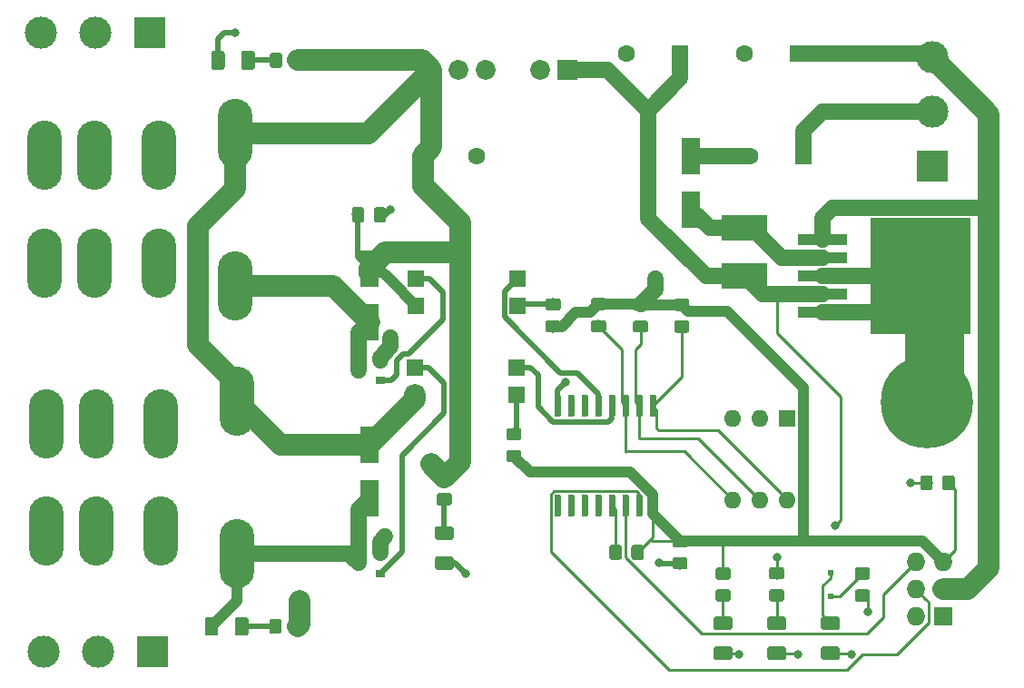
<source format=gbr>
G04 #@! TF.GenerationSoftware,KiCad,Pcbnew,(5.1.4)-1*
G04 #@! TF.CreationDate,2020-01-12T19:46:33+08:00*
G04 #@! TF.ProjectId,i2c x2 relays socketed,69326320-7832-4207-9265-6c6179732073,rev?*
G04 #@! TF.SameCoordinates,Original*
G04 #@! TF.FileFunction,Copper,L1,Top*
G04 #@! TF.FilePolarity,Positive*
%FSLAX46Y46*%
G04 Gerber Fmt 4.6, Leading zero omitted, Abs format (unit mm)*
G04 Created by KiCad (PCBNEW (5.1.4)-1) date 2020-01-12 19:46:33*
%MOMM*%
%LPD*%
G04 APERTURE LIST*
%ADD10R,1.500000X1.500000*%
%ADD11C,0.100000*%
%ADD12C,1.250000*%
%ADD13R,0.500000X0.500000*%
%ADD14R,1.800000X3.500000*%
%ADD15O,3.225800X6.451600*%
%ADD16C,1.150000*%
%ADD17C,1.850000*%
%ADD18R,1.850000X1.850000*%
%ADD19C,1.600000*%
%ADD20R,1.600000X1.600000*%
%ADD21R,0.900000X0.800000*%
%ADD22C,0.600000*%
%ADD23R,9.400000X10.800000*%
%ADD24R,4.600000X1.100000*%
%ADD25O,1.600000X1.600000*%
%ADD26R,4.200000X2.400000*%
%ADD27C,3.000000*%
%ADD28R,3.000000X3.000000*%
%ADD29O,1.727200X1.727200*%
%ADD30R,1.727200X1.727200*%
%ADD31C,0.900000*%
%ADD32C,8.600000*%
%ADD33C,1.000000*%
%ADD34C,0.800000*%
%ADD35C,1.500000*%
%ADD36C,0.250000*%
%ADD37C,3.000000*%
%ADD38C,0.500000*%
%ADD39C,2.000000*%
%ADD40C,1.000000*%
G04 APERTURE END LIST*
D10*
X42350000Y-25970000D03*
X42350000Y-23430000D03*
X51850000Y-23430000D03*
X51850000Y-25970000D03*
X42250000Y-34270000D03*
X42250000Y-31730000D03*
X51750000Y-31730000D03*
X51750000Y-34270000D03*
D11*
G36*
X81649504Y-57776204D02*
G01*
X81673773Y-57779804D01*
X81697571Y-57785765D01*
X81720671Y-57794030D01*
X81742849Y-57804520D01*
X81763893Y-57817133D01*
X81783598Y-57831747D01*
X81801777Y-57848223D01*
X81818253Y-57866402D01*
X81832867Y-57886107D01*
X81845480Y-57907151D01*
X81855970Y-57929329D01*
X81864235Y-57952429D01*
X81870196Y-57976227D01*
X81873796Y-58000496D01*
X81875000Y-58025000D01*
X81875000Y-58775000D01*
X81873796Y-58799504D01*
X81870196Y-58823773D01*
X81864235Y-58847571D01*
X81855970Y-58870671D01*
X81845480Y-58892849D01*
X81832867Y-58913893D01*
X81818253Y-58933598D01*
X81801777Y-58951777D01*
X81783598Y-58968253D01*
X81763893Y-58982867D01*
X81742849Y-58995480D01*
X81720671Y-59005970D01*
X81697571Y-59014235D01*
X81673773Y-59020196D01*
X81649504Y-59023796D01*
X81625000Y-59025000D01*
X80375000Y-59025000D01*
X80350496Y-59023796D01*
X80326227Y-59020196D01*
X80302429Y-59014235D01*
X80279329Y-59005970D01*
X80257151Y-58995480D01*
X80236107Y-58982867D01*
X80216402Y-58968253D01*
X80198223Y-58951777D01*
X80181747Y-58933598D01*
X80167133Y-58913893D01*
X80154520Y-58892849D01*
X80144030Y-58870671D01*
X80135765Y-58847571D01*
X80129804Y-58823773D01*
X80126204Y-58799504D01*
X80125000Y-58775000D01*
X80125000Y-58025000D01*
X80126204Y-58000496D01*
X80129804Y-57976227D01*
X80135765Y-57952429D01*
X80144030Y-57929329D01*
X80154520Y-57907151D01*
X80167133Y-57886107D01*
X80181747Y-57866402D01*
X80198223Y-57848223D01*
X80216402Y-57831747D01*
X80236107Y-57817133D01*
X80257151Y-57804520D01*
X80279329Y-57794030D01*
X80302429Y-57785765D01*
X80326227Y-57779804D01*
X80350496Y-57776204D01*
X80375000Y-57775000D01*
X81625000Y-57775000D01*
X81649504Y-57776204D01*
X81649504Y-57776204D01*
G37*
D12*
X81000000Y-58400000D03*
D11*
G36*
X81649504Y-54976204D02*
G01*
X81673773Y-54979804D01*
X81697571Y-54985765D01*
X81720671Y-54994030D01*
X81742849Y-55004520D01*
X81763893Y-55017133D01*
X81783598Y-55031747D01*
X81801777Y-55048223D01*
X81818253Y-55066402D01*
X81832867Y-55086107D01*
X81845480Y-55107151D01*
X81855970Y-55129329D01*
X81864235Y-55152429D01*
X81870196Y-55176227D01*
X81873796Y-55200496D01*
X81875000Y-55225000D01*
X81875000Y-55975000D01*
X81873796Y-55999504D01*
X81870196Y-56023773D01*
X81864235Y-56047571D01*
X81855970Y-56070671D01*
X81845480Y-56092849D01*
X81832867Y-56113893D01*
X81818253Y-56133598D01*
X81801777Y-56151777D01*
X81783598Y-56168253D01*
X81763893Y-56182867D01*
X81742849Y-56195480D01*
X81720671Y-56205970D01*
X81697571Y-56214235D01*
X81673773Y-56220196D01*
X81649504Y-56223796D01*
X81625000Y-56225000D01*
X80375000Y-56225000D01*
X80350496Y-56223796D01*
X80326227Y-56220196D01*
X80302429Y-56214235D01*
X80279329Y-56205970D01*
X80257151Y-56195480D01*
X80236107Y-56182867D01*
X80216402Y-56168253D01*
X80198223Y-56151777D01*
X80181747Y-56133598D01*
X80167133Y-56113893D01*
X80154520Y-56092849D01*
X80144030Y-56070671D01*
X80135765Y-56047571D01*
X80129804Y-56023773D01*
X80126204Y-55999504D01*
X80125000Y-55975000D01*
X80125000Y-55225000D01*
X80126204Y-55200496D01*
X80129804Y-55176227D01*
X80135765Y-55152429D01*
X80144030Y-55129329D01*
X80154520Y-55107151D01*
X80167133Y-55086107D01*
X80181747Y-55066402D01*
X80198223Y-55048223D01*
X80216402Y-55031747D01*
X80236107Y-55017133D01*
X80257151Y-55004520D01*
X80279329Y-54994030D01*
X80302429Y-54985765D01*
X80326227Y-54979804D01*
X80350496Y-54976204D01*
X80375000Y-54975000D01*
X81625000Y-54975000D01*
X81649504Y-54976204D01*
X81649504Y-54976204D01*
G37*
D12*
X81000000Y-55600000D03*
D11*
G36*
X45649504Y-49376204D02*
G01*
X45673773Y-49379804D01*
X45697571Y-49385765D01*
X45720671Y-49394030D01*
X45742849Y-49404520D01*
X45763893Y-49417133D01*
X45783598Y-49431747D01*
X45801777Y-49448223D01*
X45818253Y-49466402D01*
X45832867Y-49486107D01*
X45845480Y-49507151D01*
X45855970Y-49529329D01*
X45864235Y-49552429D01*
X45870196Y-49576227D01*
X45873796Y-49600496D01*
X45875000Y-49625000D01*
X45875000Y-50375000D01*
X45873796Y-50399504D01*
X45870196Y-50423773D01*
X45864235Y-50447571D01*
X45855970Y-50470671D01*
X45845480Y-50492849D01*
X45832867Y-50513893D01*
X45818253Y-50533598D01*
X45801777Y-50551777D01*
X45783598Y-50568253D01*
X45763893Y-50582867D01*
X45742849Y-50595480D01*
X45720671Y-50605970D01*
X45697571Y-50614235D01*
X45673773Y-50620196D01*
X45649504Y-50623796D01*
X45625000Y-50625000D01*
X44375000Y-50625000D01*
X44350496Y-50623796D01*
X44326227Y-50620196D01*
X44302429Y-50614235D01*
X44279329Y-50605970D01*
X44257151Y-50595480D01*
X44236107Y-50582867D01*
X44216402Y-50568253D01*
X44198223Y-50551777D01*
X44181747Y-50533598D01*
X44167133Y-50513893D01*
X44154520Y-50492849D01*
X44144030Y-50470671D01*
X44135765Y-50447571D01*
X44129804Y-50423773D01*
X44126204Y-50399504D01*
X44125000Y-50375000D01*
X44125000Y-49625000D01*
X44126204Y-49600496D01*
X44129804Y-49576227D01*
X44135765Y-49552429D01*
X44144030Y-49529329D01*
X44154520Y-49507151D01*
X44167133Y-49486107D01*
X44181747Y-49466402D01*
X44198223Y-49448223D01*
X44216402Y-49431747D01*
X44236107Y-49417133D01*
X44257151Y-49404520D01*
X44279329Y-49394030D01*
X44302429Y-49385765D01*
X44326227Y-49379804D01*
X44350496Y-49376204D01*
X44375000Y-49375000D01*
X45625000Y-49375000D01*
X45649504Y-49376204D01*
X45649504Y-49376204D01*
G37*
D12*
X45000000Y-50000000D03*
D11*
G36*
X45649504Y-46576204D02*
G01*
X45673773Y-46579804D01*
X45697571Y-46585765D01*
X45720671Y-46594030D01*
X45742849Y-46604520D01*
X45763893Y-46617133D01*
X45783598Y-46631747D01*
X45801777Y-46648223D01*
X45818253Y-46666402D01*
X45832867Y-46686107D01*
X45845480Y-46707151D01*
X45855970Y-46729329D01*
X45864235Y-46752429D01*
X45870196Y-46776227D01*
X45873796Y-46800496D01*
X45875000Y-46825000D01*
X45875000Y-47575000D01*
X45873796Y-47599504D01*
X45870196Y-47623773D01*
X45864235Y-47647571D01*
X45855970Y-47670671D01*
X45845480Y-47692849D01*
X45832867Y-47713893D01*
X45818253Y-47733598D01*
X45801777Y-47751777D01*
X45783598Y-47768253D01*
X45763893Y-47782867D01*
X45742849Y-47795480D01*
X45720671Y-47805970D01*
X45697571Y-47814235D01*
X45673773Y-47820196D01*
X45649504Y-47823796D01*
X45625000Y-47825000D01*
X44375000Y-47825000D01*
X44350496Y-47823796D01*
X44326227Y-47820196D01*
X44302429Y-47814235D01*
X44279329Y-47805970D01*
X44257151Y-47795480D01*
X44236107Y-47782867D01*
X44216402Y-47768253D01*
X44198223Y-47751777D01*
X44181747Y-47733598D01*
X44167133Y-47713893D01*
X44154520Y-47692849D01*
X44144030Y-47670671D01*
X44135765Y-47647571D01*
X44129804Y-47623773D01*
X44126204Y-47599504D01*
X44125000Y-47575000D01*
X44125000Y-46825000D01*
X44126204Y-46800496D01*
X44129804Y-46776227D01*
X44135765Y-46752429D01*
X44144030Y-46729329D01*
X44154520Y-46707151D01*
X44167133Y-46686107D01*
X44181747Y-46666402D01*
X44198223Y-46648223D01*
X44216402Y-46631747D01*
X44236107Y-46617133D01*
X44257151Y-46604520D01*
X44279329Y-46594030D01*
X44302429Y-46585765D01*
X44326227Y-46579804D01*
X44350496Y-46576204D01*
X44375000Y-46575000D01*
X45625000Y-46575000D01*
X45649504Y-46576204D01*
X45649504Y-46576204D01*
G37*
D12*
X45000000Y-47200000D03*
D13*
X81000000Y-53100000D03*
X81000000Y-50900000D03*
D11*
G36*
X24299504Y-2226204D02*
G01*
X24323773Y-2229804D01*
X24347571Y-2235765D01*
X24370671Y-2244030D01*
X24392849Y-2254520D01*
X24413893Y-2267133D01*
X24433598Y-2281747D01*
X24451777Y-2298223D01*
X24468253Y-2316402D01*
X24482867Y-2336107D01*
X24495480Y-2357151D01*
X24505970Y-2379329D01*
X24514235Y-2402429D01*
X24520196Y-2426227D01*
X24523796Y-2450496D01*
X24525000Y-2475000D01*
X24525000Y-3725000D01*
X24523796Y-3749504D01*
X24520196Y-3773773D01*
X24514235Y-3797571D01*
X24505970Y-3820671D01*
X24495480Y-3842849D01*
X24482867Y-3863893D01*
X24468253Y-3883598D01*
X24451777Y-3901777D01*
X24433598Y-3918253D01*
X24413893Y-3932867D01*
X24392849Y-3945480D01*
X24370671Y-3955970D01*
X24347571Y-3964235D01*
X24323773Y-3970196D01*
X24299504Y-3973796D01*
X24275000Y-3975000D01*
X23525000Y-3975000D01*
X23500496Y-3973796D01*
X23476227Y-3970196D01*
X23452429Y-3964235D01*
X23429329Y-3955970D01*
X23407151Y-3945480D01*
X23386107Y-3932867D01*
X23366402Y-3918253D01*
X23348223Y-3901777D01*
X23331747Y-3883598D01*
X23317133Y-3863893D01*
X23304520Y-3842849D01*
X23294030Y-3820671D01*
X23285765Y-3797571D01*
X23279804Y-3773773D01*
X23276204Y-3749504D01*
X23275000Y-3725000D01*
X23275000Y-2475000D01*
X23276204Y-2450496D01*
X23279804Y-2426227D01*
X23285765Y-2402429D01*
X23294030Y-2379329D01*
X23304520Y-2357151D01*
X23317133Y-2336107D01*
X23331747Y-2316402D01*
X23348223Y-2298223D01*
X23366402Y-2281747D01*
X23386107Y-2267133D01*
X23407151Y-2254520D01*
X23429329Y-2244030D01*
X23452429Y-2235765D01*
X23476227Y-2229804D01*
X23500496Y-2226204D01*
X23525000Y-2225000D01*
X24275000Y-2225000D01*
X24299504Y-2226204D01*
X24299504Y-2226204D01*
G37*
D12*
X23900000Y-3100000D03*
D11*
G36*
X27099504Y-2226204D02*
G01*
X27123773Y-2229804D01*
X27147571Y-2235765D01*
X27170671Y-2244030D01*
X27192849Y-2254520D01*
X27213893Y-2267133D01*
X27233598Y-2281747D01*
X27251777Y-2298223D01*
X27268253Y-2316402D01*
X27282867Y-2336107D01*
X27295480Y-2357151D01*
X27305970Y-2379329D01*
X27314235Y-2402429D01*
X27320196Y-2426227D01*
X27323796Y-2450496D01*
X27325000Y-2475000D01*
X27325000Y-3725000D01*
X27323796Y-3749504D01*
X27320196Y-3773773D01*
X27314235Y-3797571D01*
X27305970Y-3820671D01*
X27295480Y-3842849D01*
X27282867Y-3863893D01*
X27268253Y-3883598D01*
X27251777Y-3901777D01*
X27233598Y-3918253D01*
X27213893Y-3932867D01*
X27192849Y-3945480D01*
X27170671Y-3955970D01*
X27147571Y-3964235D01*
X27123773Y-3970196D01*
X27099504Y-3973796D01*
X27075000Y-3975000D01*
X26325000Y-3975000D01*
X26300496Y-3973796D01*
X26276227Y-3970196D01*
X26252429Y-3964235D01*
X26229329Y-3955970D01*
X26207151Y-3945480D01*
X26186107Y-3932867D01*
X26166402Y-3918253D01*
X26148223Y-3901777D01*
X26131747Y-3883598D01*
X26117133Y-3863893D01*
X26104520Y-3842849D01*
X26094030Y-3820671D01*
X26085765Y-3797571D01*
X26079804Y-3773773D01*
X26076204Y-3749504D01*
X26075000Y-3725000D01*
X26075000Y-2475000D01*
X26076204Y-2450496D01*
X26079804Y-2426227D01*
X26085765Y-2402429D01*
X26094030Y-2379329D01*
X26104520Y-2357151D01*
X26117133Y-2336107D01*
X26131747Y-2316402D01*
X26148223Y-2298223D01*
X26166402Y-2281747D01*
X26186107Y-2267133D01*
X26207151Y-2254520D01*
X26229329Y-2244030D01*
X26252429Y-2235765D01*
X26276227Y-2229804D01*
X26300496Y-2226204D01*
X26325000Y-2225000D01*
X27075000Y-2225000D01*
X27099504Y-2226204D01*
X27099504Y-2226204D01*
G37*
D12*
X26700000Y-3100000D03*
D11*
G36*
X23699504Y-55026204D02*
G01*
X23723773Y-55029804D01*
X23747571Y-55035765D01*
X23770671Y-55044030D01*
X23792849Y-55054520D01*
X23813893Y-55067133D01*
X23833598Y-55081747D01*
X23851777Y-55098223D01*
X23868253Y-55116402D01*
X23882867Y-55136107D01*
X23895480Y-55157151D01*
X23905970Y-55179329D01*
X23914235Y-55202429D01*
X23920196Y-55226227D01*
X23923796Y-55250496D01*
X23925000Y-55275000D01*
X23925000Y-56525000D01*
X23923796Y-56549504D01*
X23920196Y-56573773D01*
X23914235Y-56597571D01*
X23905970Y-56620671D01*
X23895480Y-56642849D01*
X23882867Y-56663893D01*
X23868253Y-56683598D01*
X23851777Y-56701777D01*
X23833598Y-56718253D01*
X23813893Y-56732867D01*
X23792849Y-56745480D01*
X23770671Y-56755970D01*
X23747571Y-56764235D01*
X23723773Y-56770196D01*
X23699504Y-56773796D01*
X23675000Y-56775000D01*
X22925000Y-56775000D01*
X22900496Y-56773796D01*
X22876227Y-56770196D01*
X22852429Y-56764235D01*
X22829329Y-56755970D01*
X22807151Y-56745480D01*
X22786107Y-56732867D01*
X22766402Y-56718253D01*
X22748223Y-56701777D01*
X22731747Y-56683598D01*
X22717133Y-56663893D01*
X22704520Y-56642849D01*
X22694030Y-56620671D01*
X22685765Y-56597571D01*
X22679804Y-56573773D01*
X22676204Y-56549504D01*
X22675000Y-56525000D01*
X22675000Y-55275000D01*
X22676204Y-55250496D01*
X22679804Y-55226227D01*
X22685765Y-55202429D01*
X22694030Y-55179329D01*
X22704520Y-55157151D01*
X22717133Y-55136107D01*
X22731747Y-55116402D01*
X22748223Y-55098223D01*
X22766402Y-55081747D01*
X22786107Y-55067133D01*
X22807151Y-55054520D01*
X22829329Y-55044030D01*
X22852429Y-55035765D01*
X22876227Y-55029804D01*
X22900496Y-55026204D01*
X22925000Y-55025000D01*
X23675000Y-55025000D01*
X23699504Y-55026204D01*
X23699504Y-55026204D01*
G37*
D12*
X23300000Y-55900000D03*
D11*
G36*
X26499504Y-55026204D02*
G01*
X26523773Y-55029804D01*
X26547571Y-55035765D01*
X26570671Y-55044030D01*
X26592849Y-55054520D01*
X26613893Y-55067133D01*
X26633598Y-55081747D01*
X26651777Y-55098223D01*
X26668253Y-55116402D01*
X26682867Y-55136107D01*
X26695480Y-55157151D01*
X26705970Y-55179329D01*
X26714235Y-55202429D01*
X26720196Y-55226227D01*
X26723796Y-55250496D01*
X26725000Y-55275000D01*
X26725000Y-56525000D01*
X26723796Y-56549504D01*
X26720196Y-56573773D01*
X26714235Y-56597571D01*
X26705970Y-56620671D01*
X26695480Y-56642849D01*
X26682867Y-56663893D01*
X26668253Y-56683598D01*
X26651777Y-56701777D01*
X26633598Y-56718253D01*
X26613893Y-56732867D01*
X26592849Y-56745480D01*
X26570671Y-56755970D01*
X26547571Y-56764235D01*
X26523773Y-56770196D01*
X26499504Y-56773796D01*
X26475000Y-56775000D01*
X25725000Y-56775000D01*
X25700496Y-56773796D01*
X25676227Y-56770196D01*
X25652429Y-56764235D01*
X25629329Y-56755970D01*
X25607151Y-56745480D01*
X25586107Y-56732867D01*
X25566402Y-56718253D01*
X25548223Y-56701777D01*
X25531747Y-56683598D01*
X25517133Y-56663893D01*
X25504520Y-56642849D01*
X25494030Y-56620671D01*
X25485765Y-56597571D01*
X25479804Y-56573773D01*
X25476204Y-56549504D01*
X25475000Y-56525000D01*
X25475000Y-55275000D01*
X25476204Y-55250496D01*
X25479804Y-55226227D01*
X25485765Y-55202429D01*
X25494030Y-55179329D01*
X25504520Y-55157151D01*
X25517133Y-55136107D01*
X25531747Y-55116402D01*
X25548223Y-55098223D01*
X25566402Y-55081747D01*
X25586107Y-55067133D01*
X25607151Y-55054520D01*
X25629329Y-55044030D01*
X25652429Y-55035765D01*
X25676227Y-55029804D01*
X25700496Y-55026204D01*
X25725000Y-55025000D01*
X26475000Y-55025000D01*
X26499504Y-55026204D01*
X26499504Y-55026204D01*
G37*
D12*
X26100000Y-55900000D03*
D11*
G36*
X76649504Y-57776204D02*
G01*
X76673773Y-57779804D01*
X76697571Y-57785765D01*
X76720671Y-57794030D01*
X76742849Y-57804520D01*
X76763893Y-57817133D01*
X76783598Y-57831747D01*
X76801777Y-57848223D01*
X76818253Y-57866402D01*
X76832867Y-57886107D01*
X76845480Y-57907151D01*
X76855970Y-57929329D01*
X76864235Y-57952429D01*
X76870196Y-57976227D01*
X76873796Y-58000496D01*
X76875000Y-58025000D01*
X76875000Y-58775000D01*
X76873796Y-58799504D01*
X76870196Y-58823773D01*
X76864235Y-58847571D01*
X76855970Y-58870671D01*
X76845480Y-58892849D01*
X76832867Y-58913893D01*
X76818253Y-58933598D01*
X76801777Y-58951777D01*
X76783598Y-58968253D01*
X76763893Y-58982867D01*
X76742849Y-58995480D01*
X76720671Y-59005970D01*
X76697571Y-59014235D01*
X76673773Y-59020196D01*
X76649504Y-59023796D01*
X76625000Y-59025000D01*
X75375000Y-59025000D01*
X75350496Y-59023796D01*
X75326227Y-59020196D01*
X75302429Y-59014235D01*
X75279329Y-59005970D01*
X75257151Y-58995480D01*
X75236107Y-58982867D01*
X75216402Y-58968253D01*
X75198223Y-58951777D01*
X75181747Y-58933598D01*
X75167133Y-58913893D01*
X75154520Y-58892849D01*
X75144030Y-58870671D01*
X75135765Y-58847571D01*
X75129804Y-58823773D01*
X75126204Y-58799504D01*
X75125000Y-58775000D01*
X75125000Y-58025000D01*
X75126204Y-58000496D01*
X75129804Y-57976227D01*
X75135765Y-57952429D01*
X75144030Y-57929329D01*
X75154520Y-57907151D01*
X75167133Y-57886107D01*
X75181747Y-57866402D01*
X75198223Y-57848223D01*
X75216402Y-57831747D01*
X75236107Y-57817133D01*
X75257151Y-57804520D01*
X75279329Y-57794030D01*
X75302429Y-57785765D01*
X75326227Y-57779804D01*
X75350496Y-57776204D01*
X75375000Y-57775000D01*
X76625000Y-57775000D01*
X76649504Y-57776204D01*
X76649504Y-57776204D01*
G37*
D12*
X76000000Y-58400000D03*
D11*
G36*
X76649504Y-54976204D02*
G01*
X76673773Y-54979804D01*
X76697571Y-54985765D01*
X76720671Y-54994030D01*
X76742849Y-55004520D01*
X76763893Y-55017133D01*
X76783598Y-55031747D01*
X76801777Y-55048223D01*
X76818253Y-55066402D01*
X76832867Y-55086107D01*
X76845480Y-55107151D01*
X76855970Y-55129329D01*
X76864235Y-55152429D01*
X76870196Y-55176227D01*
X76873796Y-55200496D01*
X76875000Y-55225000D01*
X76875000Y-55975000D01*
X76873796Y-55999504D01*
X76870196Y-56023773D01*
X76864235Y-56047571D01*
X76855970Y-56070671D01*
X76845480Y-56092849D01*
X76832867Y-56113893D01*
X76818253Y-56133598D01*
X76801777Y-56151777D01*
X76783598Y-56168253D01*
X76763893Y-56182867D01*
X76742849Y-56195480D01*
X76720671Y-56205970D01*
X76697571Y-56214235D01*
X76673773Y-56220196D01*
X76649504Y-56223796D01*
X76625000Y-56225000D01*
X75375000Y-56225000D01*
X75350496Y-56223796D01*
X75326227Y-56220196D01*
X75302429Y-56214235D01*
X75279329Y-56205970D01*
X75257151Y-56195480D01*
X75236107Y-56182867D01*
X75216402Y-56168253D01*
X75198223Y-56151777D01*
X75181747Y-56133598D01*
X75167133Y-56113893D01*
X75154520Y-56092849D01*
X75144030Y-56070671D01*
X75135765Y-56047571D01*
X75129804Y-56023773D01*
X75126204Y-55999504D01*
X75125000Y-55975000D01*
X75125000Y-55225000D01*
X75126204Y-55200496D01*
X75129804Y-55176227D01*
X75135765Y-55152429D01*
X75144030Y-55129329D01*
X75154520Y-55107151D01*
X75167133Y-55086107D01*
X75181747Y-55066402D01*
X75198223Y-55048223D01*
X75216402Y-55031747D01*
X75236107Y-55017133D01*
X75257151Y-55004520D01*
X75279329Y-54994030D01*
X75302429Y-54985765D01*
X75326227Y-54979804D01*
X75350496Y-54976204D01*
X75375000Y-54975000D01*
X76625000Y-54975000D01*
X76649504Y-54976204D01*
X76649504Y-54976204D01*
G37*
D12*
X76000000Y-55600000D03*
D11*
G36*
X71649504Y-57776204D02*
G01*
X71673773Y-57779804D01*
X71697571Y-57785765D01*
X71720671Y-57794030D01*
X71742849Y-57804520D01*
X71763893Y-57817133D01*
X71783598Y-57831747D01*
X71801777Y-57848223D01*
X71818253Y-57866402D01*
X71832867Y-57886107D01*
X71845480Y-57907151D01*
X71855970Y-57929329D01*
X71864235Y-57952429D01*
X71870196Y-57976227D01*
X71873796Y-58000496D01*
X71875000Y-58025000D01*
X71875000Y-58775000D01*
X71873796Y-58799504D01*
X71870196Y-58823773D01*
X71864235Y-58847571D01*
X71855970Y-58870671D01*
X71845480Y-58892849D01*
X71832867Y-58913893D01*
X71818253Y-58933598D01*
X71801777Y-58951777D01*
X71783598Y-58968253D01*
X71763893Y-58982867D01*
X71742849Y-58995480D01*
X71720671Y-59005970D01*
X71697571Y-59014235D01*
X71673773Y-59020196D01*
X71649504Y-59023796D01*
X71625000Y-59025000D01*
X70375000Y-59025000D01*
X70350496Y-59023796D01*
X70326227Y-59020196D01*
X70302429Y-59014235D01*
X70279329Y-59005970D01*
X70257151Y-58995480D01*
X70236107Y-58982867D01*
X70216402Y-58968253D01*
X70198223Y-58951777D01*
X70181747Y-58933598D01*
X70167133Y-58913893D01*
X70154520Y-58892849D01*
X70144030Y-58870671D01*
X70135765Y-58847571D01*
X70129804Y-58823773D01*
X70126204Y-58799504D01*
X70125000Y-58775000D01*
X70125000Y-58025000D01*
X70126204Y-58000496D01*
X70129804Y-57976227D01*
X70135765Y-57952429D01*
X70144030Y-57929329D01*
X70154520Y-57907151D01*
X70167133Y-57886107D01*
X70181747Y-57866402D01*
X70198223Y-57848223D01*
X70216402Y-57831747D01*
X70236107Y-57817133D01*
X70257151Y-57804520D01*
X70279329Y-57794030D01*
X70302429Y-57785765D01*
X70326227Y-57779804D01*
X70350496Y-57776204D01*
X70375000Y-57775000D01*
X71625000Y-57775000D01*
X71649504Y-57776204D01*
X71649504Y-57776204D01*
G37*
D12*
X71000000Y-58400000D03*
D11*
G36*
X71649504Y-54976204D02*
G01*
X71673773Y-54979804D01*
X71697571Y-54985765D01*
X71720671Y-54994030D01*
X71742849Y-55004520D01*
X71763893Y-55017133D01*
X71783598Y-55031747D01*
X71801777Y-55048223D01*
X71818253Y-55066402D01*
X71832867Y-55086107D01*
X71845480Y-55107151D01*
X71855970Y-55129329D01*
X71864235Y-55152429D01*
X71870196Y-55176227D01*
X71873796Y-55200496D01*
X71875000Y-55225000D01*
X71875000Y-55975000D01*
X71873796Y-55999504D01*
X71870196Y-56023773D01*
X71864235Y-56047571D01*
X71855970Y-56070671D01*
X71845480Y-56092849D01*
X71832867Y-56113893D01*
X71818253Y-56133598D01*
X71801777Y-56151777D01*
X71783598Y-56168253D01*
X71763893Y-56182867D01*
X71742849Y-56195480D01*
X71720671Y-56205970D01*
X71697571Y-56214235D01*
X71673773Y-56220196D01*
X71649504Y-56223796D01*
X71625000Y-56225000D01*
X70375000Y-56225000D01*
X70350496Y-56223796D01*
X70326227Y-56220196D01*
X70302429Y-56214235D01*
X70279329Y-56205970D01*
X70257151Y-56195480D01*
X70236107Y-56182867D01*
X70216402Y-56168253D01*
X70198223Y-56151777D01*
X70181747Y-56133598D01*
X70167133Y-56113893D01*
X70154520Y-56092849D01*
X70144030Y-56070671D01*
X70135765Y-56047571D01*
X70129804Y-56023773D01*
X70126204Y-55999504D01*
X70125000Y-55975000D01*
X70125000Y-55225000D01*
X70126204Y-55200496D01*
X70129804Y-55176227D01*
X70135765Y-55152429D01*
X70144030Y-55129329D01*
X70154520Y-55107151D01*
X70167133Y-55086107D01*
X70181747Y-55066402D01*
X70198223Y-55048223D01*
X70216402Y-55031747D01*
X70236107Y-55017133D01*
X70257151Y-55004520D01*
X70279329Y-54994030D01*
X70302429Y-54985765D01*
X70326227Y-54979804D01*
X70350496Y-54976204D01*
X70375000Y-54975000D01*
X71625000Y-54975000D01*
X71649504Y-54976204D01*
X71649504Y-54976204D01*
G37*
D12*
X71000000Y-55600000D03*
D14*
X68000000Y-17000000D03*
X68000000Y-12000000D03*
D15*
X25657200Y-34891800D03*
X25657200Y-49115800D03*
X18519800Y-37000000D03*
X18519800Y-47007600D03*
X12500000Y-37000000D03*
X12500000Y-47007600D03*
X7902600Y-37000000D03*
X7902600Y-47007600D03*
X25500000Y-9888000D03*
X25500000Y-24112000D03*
X18362600Y-11996200D03*
X18362600Y-22003800D03*
X12342800Y-11996200D03*
X12342800Y-22003800D03*
X7745400Y-11996200D03*
X7745400Y-22003800D03*
D11*
G36*
X29649505Y-2401204D02*
G01*
X29673773Y-2404804D01*
X29697572Y-2410765D01*
X29720671Y-2419030D01*
X29742850Y-2429520D01*
X29763893Y-2442132D01*
X29783599Y-2456747D01*
X29801777Y-2473223D01*
X29818253Y-2491401D01*
X29832868Y-2511107D01*
X29845480Y-2532150D01*
X29855970Y-2554329D01*
X29864235Y-2577428D01*
X29870196Y-2601227D01*
X29873796Y-2625495D01*
X29875000Y-2649999D01*
X29875000Y-3550001D01*
X29873796Y-3574505D01*
X29870196Y-3598773D01*
X29864235Y-3622572D01*
X29855970Y-3645671D01*
X29845480Y-3667850D01*
X29832868Y-3688893D01*
X29818253Y-3708599D01*
X29801777Y-3726777D01*
X29783599Y-3743253D01*
X29763893Y-3757868D01*
X29742850Y-3770480D01*
X29720671Y-3780970D01*
X29697572Y-3789235D01*
X29673773Y-3795196D01*
X29649505Y-3798796D01*
X29625001Y-3800000D01*
X28974999Y-3800000D01*
X28950495Y-3798796D01*
X28926227Y-3795196D01*
X28902428Y-3789235D01*
X28879329Y-3780970D01*
X28857150Y-3770480D01*
X28836107Y-3757868D01*
X28816401Y-3743253D01*
X28798223Y-3726777D01*
X28781747Y-3708599D01*
X28767132Y-3688893D01*
X28754520Y-3667850D01*
X28744030Y-3645671D01*
X28735765Y-3622572D01*
X28729804Y-3598773D01*
X28726204Y-3574505D01*
X28725000Y-3550001D01*
X28725000Y-2649999D01*
X28726204Y-2625495D01*
X28729804Y-2601227D01*
X28735765Y-2577428D01*
X28744030Y-2554329D01*
X28754520Y-2532150D01*
X28767132Y-2511107D01*
X28781747Y-2491401D01*
X28798223Y-2473223D01*
X28816401Y-2456747D01*
X28836107Y-2442132D01*
X28857150Y-2429520D01*
X28879329Y-2419030D01*
X28902428Y-2410765D01*
X28926227Y-2404804D01*
X28950495Y-2401204D01*
X28974999Y-2400000D01*
X29625001Y-2400000D01*
X29649505Y-2401204D01*
X29649505Y-2401204D01*
G37*
D16*
X29300000Y-3100000D03*
D11*
G36*
X31699505Y-2401204D02*
G01*
X31723773Y-2404804D01*
X31747572Y-2410765D01*
X31770671Y-2419030D01*
X31792850Y-2429520D01*
X31813893Y-2442132D01*
X31833599Y-2456747D01*
X31851777Y-2473223D01*
X31868253Y-2491401D01*
X31882868Y-2511107D01*
X31895480Y-2532150D01*
X31905970Y-2554329D01*
X31914235Y-2577428D01*
X31920196Y-2601227D01*
X31923796Y-2625495D01*
X31925000Y-2649999D01*
X31925000Y-3550001D01*
X31923796Y-3574505D01*
X31920196Y-3598773D01*
X31914235Y-3622572D01*
X31905970Y-3645671D01*
X31895480Y-3667850D01*
X31882868Y-3688893D01*
X31868253Y-3708599D01*
X31851777Y-3726777D01*
X31833599Y-3743253D01*
X31813893Y-3757868D01*
X31792850Y-3770480D01*
X31770671Y-3780970D01*
X31747572Y-3789235D01*
X31723773Y-3795196D01*
X31699505Y-3798796D01*
X31675001Y-3800000D01*
X31024999Y-3800000D01*
X31000495Y-3798796D01*
X30976227Y-3795196D01*
X30952428Y-3789235D01*
X30929329Y-3780970D01*
X30907150Y-3770480D01*
X30886107Y-3757868D01*
X30866401Y-3743253D01*
X30848223Y-3726777D01*
X30831747Y-3708599D01*
X30817132Y-3688893D01*
X30804520Y-3667850D01*
X30794030Y-3645671D01*
X30785765Y-3622572D01*
X30779804Y-3598773D01*
X30776204Y-3574505D01*
X30775000Y-3550001D01*
X30775000Y-2649999D01*
X30776204Y-2625495D01*
X30779804Y-2601227D01*
X30785765Y-2577428D01*
X30794030Y-2554329D01*
X30804520Y-2532150D01*
X30817132Y-2511107D01*
X30831747Y-2491401D01*
X30848223Y-2473223D01*
X30866401Y-2456747D01*
X30886107Y-2442132D01*
X30907150Y-2429520D01*
X30929329Y-2419030D01*
X30952428Y-2410765D01*
X30976227Y-2404804D01*
X31000495Y-2401204D01*
X31024999Y-2400000D01*
X31675001Y-2400000D01*
X31699505Y-2401204D01*
X31699505Y-2401204D01*
G37*
D16*
X31350000Y-3100000D03*
D17*
X43800000Y-4000000D03*
X46340000Y-4000000D03*
X48880000Y-4000000D03*
X53960000Y-4000000D03*
D18*
X56500000Y-4000000D03*
D11*
G36*
X67474505Y-49451204D02*
G01*
X67498773Y-49454804D01*
X67522572Y-49460765D01*
X67545671Y-49469030D01*
X67567850Y-49479520D01*
X67588893Y-49492132D01*
X67608599Y-49506747D01*
X67626777Y-49523223D01*
X67643253Y-49541401D01*
X67657868Y-49561107D01*
X67670480Y-49582150D01*
X67680970Y-49604329D01*
X67689235Y-49627428D01*
X67695196Y-49651227D01*
X67698796Y-49675495D01*
X67700000Y-49699999D01*
X67700000Y-50350001D01*
X67698796Y-50374505D01*
X67695196Y-50398773D01*
X67689235Y-50422572D01*
X67680970Y-50445671D01*
X67670480Y-50467850D01*
X67657868Y-50488893D01*
X67643253Y-50508599D01*
X67626777Y-50526777D01*
X67608599Y-50543253D01*
X67588893Y-50557868D01*
X67567850Y-50570480D01*
X67545671Y-50580970D01*
X67522572Y-50589235D01*
X67498773Y-50595196D01*
X67474505Y-50598796D01*
X67450001Y-50600000D01*
X66549999Y-50600000D01*
X66525495Y-50598796D01*
X66501227Y-50595196D01*
X66477428Y-50589235D01*
X66454329Y-50580970D01*
X66432150Y-50570480D01*
X66411107Y-50557868D01*
X66391401Y-50543253D01*
X66373223Y-50526777D01*
X66356747Y-50508599D01*
X66342132Y-50488893D01*
X66329520Y-50467850D01*
X66319030Y-50445671D01*
X66310765Y-50422572D01*
X66304804Y-50398773D01*
X66301204Y-50374505D01*
X66300000Y-50350001D01*
X66300000Y-49699999D01*
X66301204Y-49675495D01*
X66304804Y-49651227D01*
X66310765Y-49627428D01*
X66319030Y-49604329D01*
X66329520Y-49582150D01*
X66342132Y-49561107D01*
X66356747Y-49541401D01*
X66373223Y-49523223D01*
X66391401Y-49506747D01*
X66411107Y-49492132D01*
X66432150Y-49479520D01*
X66454329Y-49469030D01*
X66477428Y-49460765D01*
X66501227Y-49454804D01*
X66525495Y-49451204D01*
X66549999Y-49450000D01*
X67450001Y-49450000D01*
X67474505Y-49451204D01*
X67474505Y-49451204D01*
G37*
D16*
X67000000Y-50025000D03*
D11*
G36*
X67474505Y-47401204D02*
G01*
X67498773Y-47404804D01*
X67522572Y-47410765D01*
X67545671Y-47419030D01*
X67567850Y-47429520D01*
X67588893Y-47442132D01*
X67608599Y-47456747D01*
X67626777Y-47473223D01*
X67643253Y-47491401D01*
X67657868Y-47511107D01*
X67670480Y-47532150D01*
X67680970Y-47554329D01*
X67689235Y-47577428D01*
X67695196Y-47601227D01*
X67698796Y-47625495D01*
X67700000Y-47649999D01*
X67700000Y-48300001D01*
X67698796Y-48324505D01*
X67695196Y-48348773D01*
X67689235Y-48372572D01*
X67680970Y-48395671D01*
X67670480Y-48417850D01*
X67657868Y-48438893D01*
X67643253Y-48458599D01*
X67626777Y-48476777D01*
X67608599Y-48493253D01*
X67588893Y-48507868D01*
X67567850Y-48520480D01*
X67545671Y-48530970D01*
X67522572Y-48539235D01*
X67498773Y-48545196D01*
X67474505Y-48548796D01*
X67450001Y-48550000D01*
X66549999Y-48550000D01*
X66525495Y-48548796D01*
X66501227Y-48545196D01*
X66477428Y-48539235D01*
X66454329Y-48530970D01*
X66432150Y-48520480D01*
X66411107Y-48507868D01*
X66391401Y-48493253D01*
X66373223Y-48476777D01*
X66356747Y-48458599D01*
X66342132Y-48438893D01*
X66329520Y-48417850D01*
X66319030Y-48395671D01*
X66310765Y-48372572D01*
X66304804Y-48348773D01*
X66301204Y-48324505D01*
X66300000Y-48300001D01*
X66300000Y-47649999D01*
X66301204Y-47625495D01*
X66304804Y-47601227D01*
X66310765Y-47577428D01*
X66319030Y-47554329D01*
X66329520Y-47532150D01*
X66342132Y-47511107D01*
X66356747Y-47491401D01*
X66373223Y-47473223D01*
X66391401Y-47456747D01*
X66411107Y-47442132D01*
X66432150Y-47429520D01*
X66454329Y-47419030D01*
X66477428Y-47410765D01*
X66501227Y-47404804D01*
X66525495Y-47401204D01*
X66549999Y-47400000D01*
X67450001Y-47400000D01*
X67474505Y-47401204D01*
X67474505Y-47401204D01*
G37*
D16*
X67000000Y-47975000D03*
D19*
X73500000Y-12000000D03*
D20*
X78500000Y-12000000D03*
D21*
X37000000Y-32000000D03*
X39000000Y-31050000D03*
X39000000Y-32950000D03*
X37000000Y-50000000D03*
X39000000Y-49050000D03*
X39000000Y-50950000D03*
D11*
G36*
X64609703Y-43625722D02*
G01*
X64624264Y-43627882D01*
X64638543Y-43631459D01*
X64652403Y-43636418D01*
X64665710Y-43642712D01*
X64678336Y-43650280D01*
X64690159Y-43659048D01*
X64701066Y-43668934D01*
X64710952Y-43679841D01*
X64719720Y-43691664D01*
X64727288Y-43704290D01*
X64733582Y-43717597D01*
X64738541Y-43731457D01*
X64742118Y-43745736D01*
X64744278Y-43760297D01*
X64745000Y-43775000D01*
X64745000Y-45525000D01*
X64744278Y-45539703D01*
X64742118Y-45554264D01*
X64738541Y-45568543D01*
X64733582Y-45582403D01*
X64727288Y-45595710D01*
X64719720Y-45608336D01*
X64710952Y-45620159D01*
X64701066Y-45631066D01*
X64690159Y-45640952D01*
X64678336Y-45649720D01*
X64665710Y-45657288D01*
X64652403Y-45663582D01*
X64638543Y-45668541D01*
X64624264Y-45672118D01*
X64609703Y-45674278D01*
X64595000Y-45675000D01*
X64295000Y-45675000D01*
X64280297Y-45674278D01*
X64265736Y-45672118D01*
X64251457Y-45668541D01*
X64237597Y-45663582D01*
X64224290Y-45657288D01*
X64211664Y-45649720D01*
X64199841Y-45640952D01*
X64188934Y-45631066D01*
X64179048Y-45620159D01*
X64170280Y-45608336D01*
X64162712Y-45595710D01*
X64156418Y-45582403D01*
X64151459Y-45568543D01*
X64147882Y-45554264D01*
X64145722Y-45539703D01*
X64145000Y-45525000D01*
X64145000Y-43775000D01*
X64145722Y-43760297D01*
X64147882Y-43745736D01*
X64151459Y-43731457D01*
X64156418Y-43717597D01*
X64162712Y-43704290D01*
X64170280Y-43691664D01*
X64179048Y-43679841D01*
X64188934Y-43668934D01*
X64199841Y-43659048D01*
X64211664Y-43650280D01*
X64224290Y-43642712D01*
X64237597Y-43636418D01*
X64251457Y-43631459D01*
X64265736Y-43627882D01*
X64280297Y-43625722D01*
X64295000Y-43625000D01*
X64595000Y-43625000D01*
X64609703Y-43625722D01*
X64609703Y-43625722D01*
G37*
D22*
X64445000Y-44650000D03*
D11*
G36*
X63339703Y-43625722D02*
G01*
X63354264Y-43627882D01*
X63368543Y-43631459D01*
X63382403Y-43636418D01*
X63395710Y-43642712D01*
X63408336Y-43650280D01*
X63420159Y-43659048D01*
X63431066Y-43668934D01*
X63440952Y-43679841D01*
X63449720Y-43691664D01*
X63457288Y-43704290D01*
X63463582Y-43717597D01*
X63468541Y-43731457D01*
X63472118Y-43745736D01*
X63474278Y-43760297D01*
X63475000Y-43775000D01*
X63475000Y-45525000D01*
X63474278Y-45539703D01*
X63472118Y-45554264D01*
X63468541Y-45568543D01*
X63463582Y-45582403D01*
X63457288Y-45595710D01*
X63449720Y-45608336D01*
X63440952Y-45620159D01*
X63431066Y-45631066D01*
X63420159Y-45640952D01*
X63408336Y-45649720D01*
X63395710Y-45657288D01*
X63382403Y-45663582D01*
X63368543Y-45668541D01*
X63354264Y-45672118D01*
X63339703Y-45674278D01*
X63325000Y-45675000D01*
X63025000Y-45675000D01*
X63010297Y-45674278D01*
X62995736Y-45672118D01*
X62981457Y-45668541D01*
X62967597Y-45663582D01*
X62954290Y-45657288D01*
X62941664Y-45649720D01*
X62929841Y-45640952D01*
X62918934Y-45631066D01*
X62909048Y-45620159D01*
X62900280Y-45608336D01*
X62892712Y-45595710D01*
X62886418Y-45582403D01*
X62881459Y-45568543D01*
X62877882Y-45554264D01*
X62875722Y-45539703D01*
X62875000Y-45525000D01*
X62875000Y-43775000D01*
X62875722Y-43760297D01*
X62877882Y-43745736D01*
X62881459Y-43731457D01*
X62886418Y-43717597D01*
X62892712Y-43704290D01*
X62900280Y-43691664D01*
X62909048Y-43679841D01*
X62918934Y-43668934D01*
X62929841Y-43659048D01*
X62941664Y-43650280D01*
X62954290Y-43642712D01*
X62967597Y-43636418D01*
X62981457Y-43631459D01*
X62995736Y-43627882D01*
X63010297Y-43625722D01*
X63025000Y-43625000D01*
X63325000Y-43625000D01*
X63339703Y-43625722D01*
X63339703Y-43625722D01*
G37*
D22*
X63175000Y-44650000D03*
D11*
G36*
X62069703Y-43625722D02*
G01*
X62084264Y-43627882D01*
X62098543Y-43631459D01*
X62112403Y-43636418D01*
X62125710Y-43642712D01*
X62138336Y-43650280D01*
X62150159Y-43659048D01*
X62161066Y-43668934D01*
X62170952Y-43679841D01*
X62179720Y-43691664D01*
X62187288Y-43704290D01*
X62193582Y-43717597D01*
X62198541Y-43731457D01*
X62202118Y-43745736D01*
X62204278Y-43760297D01*
X62205000Y-43775000D01*
X62205000Y-45525000D01*
X62204278Y-45539703D01*
X62202118Y-45554264D01*
X62198541Y-45568543D01*
X62193582Y-45582403D01*
X62187288Y-45595710D01*
X62179720Y-45608336D01*
X62170952Y-45620159D01*
X62161066Y-45631066D01*
X62150159Y-45640952D01*
X62138336Y-45649720D01*
X62125710Y-45657288D01*
X62112403Y-45663582D01*
X62098543Y-45668541D01*
X62084264Y-45672118D01*
X62069703Y-45674278D01*
X62055000Y-45675000D01*
X61755000Y-45675000D01*
X61740297Y-45674278D01*
X61725736Y-45672118D01*
X61711457Y-45668541D01*
X61697597Y-45663582D01*
X61684290Y-45657288D01*
X61671664Y-45649720D01*
X61659841Y-45640952D01*
X61648934Y-45631066D01*
X61639048Y-45620159D01*
X61630280Y-45608336D01*
X61622712Y-45595710D01*
X61616418Y-45582403D01*
X61611459Y-45568543D01*
X61607882Y-45554264D01*
X61605722Y-45539703D01*
X61605000Y-45525000D01*
X61605000Y-43775000D01*
X61605722Y-43760297D01*
X61607882Y-43745736D01*
X61611459Y-43731457D01*
X61616418Y-43717597D01*
X61622712Y-43704290D01*
X61630280Y-43691664D01*
X61639048Y-43679841D01*
X61648934Y-43668934D01*
X61659841Y-43659048D01*
X61671664Y-43650280D01*
X61684290Y-43642712D01*
X61697597Y-43636418D01*
X61711457Y-43631459D01*
X61725736Y-43627882D01*
X61740297Y-43625722D01*
X61755000Y-43625000D01*
X62055000Y-43625000D01*
X62069703Y-43625722D01*
X62069703Y-43625722D01*
G37*
D22*
X61905000Y-44650000D03*
D11*
G36*
X60799703Y-43625722D02*
G01*
X60814264Y-43627882D01*
X60828543Y-43631459D01*
X60842403Y-43636418D01*
X60855710Y-43642712D01*
X60868336Y-43650280D01*
X60880159Y-43659048D01*
X60891066Y-43668934D01*
X60900952Y-43679841D01*
X60909720Y-43691664D01*
X60917288Y-43704290D01*
X60923582Y-43717597D01*
X60928541Y-43731457D01*
X60932118Y-43745736D01*
X60934278Y-43760297D01*
X60935000Y-43775000D01*
X60935000Y-45525000D01*
X60934278Y-45539703D01*
X60932118Y-45554264D01*
X60928541Y-45568543D01*
X60923582Y-45582403D01*
X60917288Y-45595710D01*
X60909720Y-45608336D01*
X60900952Y-45620159D01*
X60891066Y-45631066D01*
X60880159Y-45640952D01*
X60868336Y-45649720D01*
X60855710Y-45657288D01*
X60842403Y-45663582D01*
X60828543Y-45668541D01*
X60814264Y-45672118D01*
X60799703Y-45674278D01*
X60785000Y-45675000D01*
X60485000Y-45675000D01*
X60470297Y-45674278D01*
X60455736Y-45672118D01*
X60441457Y-45668541D01*
X60427597Y-45663582D01*
X60414290Y-45657288D01*
X60401664Y-45649720D01*
X60389841Y-45640952D01*
X60378934Y-45631066D01*
X60369048Y-45620159D01*
X60360280Y-45608336D01*
X60352712Y-45595710D01*
X60346418Y-45582403D01*
X60341459Y-45568543D01*
X60337882Y-45554264D01*
X60335722Y-45539703D01*
X60335000Y-45525000D01*
X60335000Y-43775000D01*
X60335722Y-43760297D01*
X60337882Y-43745736D01*
X60341459Y-43731457D01*
X60346418Y-43717597D01*
X60352712Y-43704290D01*
X60360280Y-43691664D01*
X60369048Y-43679841D01*
X60378934Y-43668934D01*
X60389841Y-43659048D01*
X60401664Y-43650280D01*
X60414290Y-43642712D01*
X60427597Y-43636418D01*
X60441457Y-43631459D01*
X60455736Y-43627882D01*
X60470297Y-43625722D01*
X60485000Y-43625000D01*
X60785000Y-43625000D01*
X60799703Y-43625722D01*
X60799703Y-43625722D01*
G37*
D22*
X60635000Y-44650000D03*
D11*
G36*
X59529703Y-43625722D02*
G01*
X59544264Y-43627882D01*
X59558543Y-43631459D01*
X59572403Y-43636418D01*
X59585710Y-43642712D01*
X59598336Y-43650280D01*
X59610159Y-43659048D01*
X59621066Y-43668934D01*
X59630952Y-43679841D01*
X59639720Y-43691664D01*
X59647288Y-43704290D01*
X59653582Y-43717597D01*
X59658541Y-43731457D01*
X59662118Y-43745736D01*
X59664278Y-43760297D01*
X59665000Y-43775000D01*
X59665000Y-45525000D01*
X59664278Y-45539703D01*
X59662118Y-45554264D01*
X59658541Y-45568543D01*
X59653582Y-45582403D01*
X59647288Y-45595710D01*
X59639720Y-45608336D01*
X59630952Y-45620159D01*
X59621066Y-45631066D01*
X59610159Y-45640952D01*
X59598336Y-45649720D01*
X59585710Y-45657288D01*
X59572403Y-45663582D01*
X59558543Y-45668541D01*
X59544264Y-45672118D01*
X59529703Y-45674278D01*
X59515000Y-45675000D01*
X59215000Y-45675000D01*
X59200297Y-45674278D01*
X59185736Y-45672118D01*
X59171457Y-45668541D01*
X59157597Y-45663582D01*
X59144290Y-45657288D01*
X59131664Y-45649720D01*
X59119841Y-45640952D01*
X59108934Y-45631066D01*
X59099048Y-45620159D01*
X59090280Y-45608336D01*
X59082712Y-45595710D01*
X59076418Y-45582403D01*
X59071459Y-45568543D01*
X59067882Y-45554264D01*
X59065722Y-45539703D01*
X59065000Y-45525000D01*
X59065000Y-43775000D01*
X59065722Y-43760297D01*
X59067882Y-43745736D01*
X59071459Y-43731457D01*
X59076418Y-43717597D01*
X59082712Y-43704290D01*
X59090280Y-43691664D01*
X59099048Y-43679841D01*
X59108934Y-43668934D01*
X59119841Y-43659048D01*
X59131664Y-43650280D01*
X59144290Y-43642712D01*
X59157597Y-43636418D01*
X59171457Y-43631459D01*
X59185736Y-43627882D01*
X59200297Y-43625722D01*
X59215000Y-43625000D01*
X59515000Y-43625000D01*
X59529703Y-43625722D01*
X59529703Y-43625722D01*
G37*
D22*
X59365000Y-44650000D03*
D11*
G36*
X58259703Y-43625722D02*
G01*
X58274264Y-43627882D01*
X58288543Y-43631459D01*
X58302403Y-43636418D01*
X58315710Y-43642712D01*
X58328336Y-43650280D01*
X58340159Y-43659048D01*
X58351066Y-43668934D01*
X58360952Y-43679841D01*
X58369720Y-43691664D01*
X58377288Y-43704290D01*
X58383582Y-43717597D01*
X58388541Y-43731457D01*
X58392118Y-43745736D01*
X58394278Y-43760297D01*
X58395000Y-43775000D01*
X58395000Y-45525000D01*
X58394278Y-45539703D01*
X58392118Y-45554264D01*
X58388541Y-45568543D01*
X58383582Y-45582403D01*
X58377288Y-45595710D01*
X58369720Y-45608336D01*
X58360952Y-45620159D01*
X58351066Y-45631066D01*
X58340159Y-45640952D01*
X58328336Y-45649720D01*
X58315710Y-45657288D01*
X58302403Y-45663582D01*
X58288543Y-45668541D01*
X58274264Y-45672118D01*
X58259703Y-45674278D01*
X58245000Y-45675000D01*
X57945000Y-45675000D01*
X57930297Y-45674278D01*
X57915736Y-45672118D01*
X57901457Y-45668541D01*
X57887597Y-45663582D01*
X57874290Y-45657288D01*
X57861664Y-45649720D01*
X57849841Y-45640952D01*
X57838934Y-45631066D01*
X57829048Y-45620159D01*
X57820280Y-45608336D01*
X57812712Y-45595710D01*
X57806418Y-45582403D01*
X57801459Y-45568543D01*
X57797882Y-45554264D01*
X57795722Y-45539703D01*
X57795000Y-45525000D01*
X57795000Y-43775000D01*
X57795722Y-43760297D01*
X57797882Y-43745736D01*
X57801459Y-43731457D01*
X57806418Y-43717597D01*
X57812712Y-43704290D01*
X57820280Y-43691664D01*
X57829048Y-43679841D01*
X57838934Y-43668934D01*
X57849841Y-43659048D01*
X57861664Y-43650280D01*
X57874290Y-43642712D01*
X57887597Y-43636418D01*
X57901457Y-43631459D01*
X57915736Y-43627882D01*
X57930297Y-43625722D01*
X57945000Y-43625000D01*
X58245000Y-43625000D01*
X58259703Y-43625722D01*
X58259703Y-43625722D01*
G37*
D22*
X58095000Y-44650000D03*
D11*
G36*
X56989703Y-43625722D02*
G01*
X57004264Y-43627882D01*
X57018543Y-43631459D01*
X57032403Y-43636418D01*
X57045710Y-43642712D01*
X57058336Y-43650280D01*
X57070159Y-43659048D01*
X57081066Y-43668934D01*
X57090952Y-43679841D01*
X57099720Y-43691664D01*
X57107288Y-43704290D01*
X57113582Y-43717597D01*
X57118541Y-43731457D01*
X57122118Y-43745736D01*
X57124278Y-43760297D01*
X57125000Y-43775000D01*
X57125000Y-45525000D01*
X57124278Y-45539703D01*
X57122118Y-45554264D01*
X57118541Y-45568543D01*
X57113582Y-45582403D01*
X57107288Y-45595710D01*
X57099720Y-45608336D01*
X57090952Y-45620159D01*
X57081066Y-45631066D01*
X57070159Y-45640952D01*
X57058336Y-45649720D01*
X57045710Y-45657288D01*
X57032403Y-45663582D01*
X57018543Y-45668541D01*
X57004264Y-45672118D01*
X56989703Y-45674278D01*
X56975000Y-45675000D01*
X56675000Y-45675000D01*
X56660297Y-45674278D01*
X56645736Y-45672118D01*
X56631457Y-45668541D01*
X56617597Y-45663582D01*
X56604290Y-45657288D01*
X56591664Y-45649720D01*
X56579841Y-45640952D01*
X56568934Y-45631066D01*
X56559048Y-45620159D01*
X56550280Y-45608336D01*
X56542712Y-45595710D01*
X56536418Y-45582403D01*
X56531459Y-45568543D01*
X56527882Y-45554264D01*
X56525722Y-45539703D01*
X56525000Y-45525000D01*
X56525000Y-43775000D01*
X56525722Y-43760297D01*
X56527882Y-43745736D01*
X56531459Y-43731457D01*
X56536418Y-43717597D01*
X56542712Y-43704290D01*
X56550280Y-43691664D01*
X56559048Y-43679841D01*
X56568934Y-43668934D01*
X56579841Y-43659048D01*
X56591664Y-43650280D01*
X56604290Y-43642712D01*
X56617597Y-43636418D01*
X56631457Y-43631459D01*
X56645736Y-43627882D01*
X56660297Y-43625722D01*
X56675000Y-43625000D01*
X56975000Y-43625000D01*
X56989703Y-43625722D01*
X56989703Y-43625722D01*
G37*
D22*
X56825000Y-44650000D03*
D11*
G36*
X55719703Y-43625722D02*
G01*
X55734264Y-43627882D01*
X55748543Y-43631459D01*
X55762403Y-43636418D01*
X55775710Y-43642712D01*
X55788336Y-43650280D01*
X55800159Y-43659048D01*
X55811066Y-43668934D01*
X55820952Y-43679841D01*
X55829720Y-43691664D01*
X55837288Y-43704290D01*
X55843582Y-43717597D01*
X55848541Y-43731457D01*
X55852118Y-43745736D01*
X55854278Y-43760297D01*
X55855000Y-43775000D01*
X55855000Y-45525000D01*
X55854278Y-45539703D01*
X55852118Y-45554264D01*
X55848541Y-45568543D01*
X55843582Y-45582403D01*
X55837288Y-45595710D01*
X55829720Y-45608336D01*
X55820952Y-45620159D01*
X55811066Y-45631066D01*
X55800159Y-45640952D01*
X55788336Y-45649720D01*
X55775710Y-45657288D01*
X55762403Y-45663582D01*
X55748543Y-45668541D01*
X55734264Y-45672118D01*
X55719703Y-45674278D01*
X55705000Y-45675000D01*
X55405000Y-45675000D01*
X55390297Y-45674278D01*
X55375736Y-45672118D01*
X55361457Y-45668541D01*
X55347597Y-45663582D01*
X55334290Y-45657288D01*
X55321664Y-45649720D01*
X55309841Y-45640952D01*
X55298934Y-45631066D01*
X55289048Y-45620159D01*
X55280280Y-45608336D01*
X55272712Y-45595710D01*
X55266418Y-45582403D01*
X55261459Y-45568543D01*
X55257882Y-45554264D01*
X55255722Y-45539703D01*
X55255000Y-45525000D01*
X55255000Y-43775000D01*
X55255722Y-43760297D01*
X55257882Y-43745736D01*
X55261459Y-43731457D01*
X55266418Y-43717597D01*
X55272712Y-43704290D01*
X55280280Y-43691664D01*
X55289048Y-43679841D01*
X55298934Y-43668934D01*
X55309841Y-43659048D01*
X55321664Y-43650280D01*
X55334290Y-43642712D01*
X55347597Y-43636418D01*
X55361457Y-43631459D01*
X55375736Y-43627882D01*
X55390297Y-43625722D01*
X55405000Y-43625000D01*
X55705000Y-43625000D01*
X55719703Y-43625722D01*
X55719703Y-43625722D01*
G37*
D22*
X55555000Y-44650000D03*
D11*
G36*
X55719703Y-34325722D02*
G01*
X55734264Y-34327882D01*
X55748543Y-34331459D01*
X55762403Y-34336418D01*
X55775710Y-34342712D01*
X55788336Y-34350280D01*
X55800159Y-34359048D01*
X55811066Y-34368934D01*
X55820952Y-34379841D01*
X55829720Y-34391664D01*
X55837288Y-34404290D01*
X55843582Y-34417597D01*
X55848541Y-34431457D01*
X55852118Y-34445736D01*
X55854278Y-34460297D01*
X55855000Y-34475000D01*
X55855000Y-36225000D01*
X55854278Y-36239703D01*
X55852118Y-36254264D01*
X55848541Y-36268543D01*
X55843582Y-36282403D01*
X55837288Y-36295710D01*
X55829720Y-36308336D01*
X55820952Y-36320159D01*
X55811066Y-36331066D01*
X55800159Y-36340952D01*
X55788336Y-36349720D01*
X55775710Y-36357288D01*
X55762403Y-36363582D01*
X55748543Y-36368541D01*
X55734264Y-36372118D01*
X55719703Y-36374278D01*
X55705000Y-36375000D01*
X55405000Y-36375000D01*
X55390297Y-36374278D01*
X55375736Y-36372118D01*
X55361457Y-36368541D01*
X55347597Y-36363582D01*
X55334290Y-36357288D01*
X55321664Y-36349720D01*
X55309841Y-36340952D01*
X55298934Y-36331066D01*
X55289048Y-36320159D01*
X55280280Y-36308336D01*
X55272712Y-36295710D01*
X55266418Y-36282403D01*
X55261459Y-36268543D01*
X55257882Y-36254264D01*
X55255722Y-36239703D01*
X55255000Y-36225000D01*
X55255000Y-34475000D01*
X55255722Y-34460297D01*
X55257882Y-34445736D01*
X55261459Y-34431457D01*
X55266418Y-34417597D01*
X55272712Y-34404290D01*
X55280280Y-34391664D01*
X55289048Y-34379841D01*
X55298934Y-34368934D01*
X55309841Y-34359048D01*
X55321664Y-34350280D01*
X55334290Y-34342712D01*
X55347597Y-34336418D01*
X55361457Y-34331459D01*
X55375736Y-34327882D01*
X55390297Y-34325722D01*
X55405000Y-34325000D01*
X55705000Y-34325000D01*
X55719703Y-34325722D01*
X55719703Y-34325722D01*
G37*
D22*
X55555000Y-35350000D03*
D11*
G36*
X56989703Y-34325722D02*
G01*
X57004264Y-34327882D01*
X57018543Y-34331459D01*
X57032403Y-34336418D01*
X57045710Y-34342712D01*
X57058336Y-34350280D01*
X57070159Y-34359048D01*
X57081066Y-34368934D01*
X57090952Y-34379841D01*
X57099720Y-34391664D01*
X57107288Y-34404290D01*
X57113582Y-34417597D01*
X57118541Y-34431457D01*
X57122118Y-34445736D01*
X57124278Y-34460297D01*
X57125000Y-34475000D01*
X57125000Y-36225000D01*
X57124278Y-36239703D01*
X57122118Y-36254264D01*
X57118541Y-36268543D01*
X57113582Y-36282403D01*
X57107288Y-36295710D01*
X57099720Y-36308336D01*
X57090952Y-36320159D01*
X57081066Y-36331066D01*
X57070159Y-36340952D01*
X57058336Y-36349720D01*
X57045710Y-36357288D01*
X57032403Y-36363582D01*
X57018543Y-36368541D01*
X57004264Y-36372118D01*
X56989703Y-36374278D01*
X56975000Y-36375000D01*
X56675000Y-36375000D01*
X56660297Y-36374278D01*
X56645736Y-36372118D01*
X56631457Y-36368541D01*
X56617597Y-36363582D01*
X56604290Y-36357288D01*
X56591664Y-36349720D01*
X56579841Y-36340952D01*
X56568934Y-36331066D01*
X56559048Y-36320159D01*
X56550280Y-36308336D01*
X56542712Y-36295710D01*
X56536418Y-36282403D01*
X56531459Y-36268543D01*
X56527882Y-36254264D01*
X56525722Y-36239703D01*
X56525000Y-36225000D01*
X56525000Y-34475000D01*
X56525722Y-34460297D01*
X56527882Y-34445736D01*
X56531459Y-34431457D01*
X56536418Y-34417597D01*
X56542712Y-34404290D01*
X56550280Y-34391664D01*
X56559048Y-34379841D01*
X56568934Y-34368934D01*
X56579841Y-34359048D01*
X56591664Y-34350280D01*
X56604290Y-34342712D01*
X56617597Y-34336418D01*
X56631457Y-34331459D01*
X56645736Y-34327882D01*
X56660297Y-34325722D01*
X56675000Y-34325000D01*
X56975000Y-34325000D01*
X56989703Y-34325722D01*
X56989703Y-34325722D01*
G37*
D22*
X56825000Y-35350000D03*
D11*
G36*
X58259703Y-34325722D02*
G01*
X58274264Y-34327882D01*
X58288543Y-34331459D01*
X58302403Y-34336418D01*
X58315710Y-34342712D01*
X58328336Y-34350280D01*
X58340159Y-34359048D01*
X58351066Y-34368934D01*
X58360952Y-34379841D01*
X58369720Y-34391664D01*
X58377288Y-34404290D01*
X58383582Y-34417597D01*
X58388541Y-34431457D01*
X58392118Y-34445736D01*
X58394278Y-34460297D01*
X58395000Y-34475000D01*
X58395000Y-36225000D01*
X58394278Y-36239703D01*
X58392118Y-36254264D01*
X58388541Y-36268543D01*
X58383582Y-36282403D01*
X58377288Y-36295710D01*
X58369720Y-36308336D01*
X58360952Y-36320159D01*
X58351066Y-36331066D01*
X58340159Y-36340952D01*
X58328336Y-36349720D01*
X58315710Y-36357288D01*
X58302403Y-36363582D01*
X58288543Y-36368541D01*
X58274264Y-36372118D01*
X58259703Y-36374278D01*
X58245000Y-36375000D01*
X57945000Y-36375000D01*
X57930297Y-36374278D01*
X57915736Y-36372118D01*
X57901457Y-36368541D01*
X57887597Y-36363582D01*
X57874290Y-36357288D01*
X57861664Y-36349720D01*
X57849841Y-36340952D01*
X57838934Y-36331066D01*
X57829048Y-36320159D01*
X57820280Y-36308336D01*
X57812712Y-36295710D01*
X57806418Y-36282403D01*
X57801459Y-36268543D01*
X57797882Y-36254264D01*
X57795722Y-36239703D01*
X57795000Y-36225000D01*
X57795000Y-34475000D01*
X57795722Y-34460297D01*
X57797882Y-34445736D01*
X57801459Y-34431457D01*
X57806418Y-34417597D01*
X57812712Y-34404290D01*
X57820280Y-34391664D01*
X57829048Y-34379841D01*
X57838934Y-34368934D01*
X57849841Y-34359048D01*
X57861664Y-34350280D01*
X57874290Y-34342712D01*
X57887597Y-34336418D01*
X57901457Y-34331459D01*
X57915736Y-34327882D01*
X57930297Y-34325722D01*
X57945000Y-34325000D01*
X58245000Y-34325000D01*
X58259703Y-34325722D01*
X58259703Y-34325722D01*
G37*
D22*
X58095000Y-35350000D03*
D11*
G36*
X59529703Y-34325722D02*
G01*
X59544264Y-34327882D01*
X59558543Y-34331459D01*
X59572403Y-34336418D01*
X59585710Y-34342712D01*
X59598336Y-34350280D01*
X59610159Y-34359048D01*
X59621066Y-34368934D01*
X59630952Y-34379841D01*
X59639720Y-34391664D01*
X59647288Y-34404290D01*
X59653582Y-34417597D01*
X59658541Y-34431457D01*
X59662118Y-34445736D01*
X59664278Y-34460297D01*
X59665000Y-34475000D01*
X59665000Y-36225000D01*
X59664278Y-36239703D01*
X59662118Y-36254264D01*
X59658541Y-36268543D01*
X59653582Y-36282403D01*
X59647288Y-36295710D01*
X59639720Y-36308336D01*
X59630952Y-36320159D01*
X59621066Y-36331066D01*
X59610159Y-36340952D01*
X59598336Y-36349720D01*
X59585710Y-36357288D01*
X59572403Y-36363582D01*
X59558543Y-36368541D01*
X59544264Y-36372118D01*
X59529703Y-36374278D01*
X59515000Y-36375000D01*
X59215000Y-36375000D01*
X59200297Y-36374278D01*
X59185736Y-36372118D01*
X59171457Y-36368541D01*
X59157597Y-36363582D01*
X59144290Y-36357288D01*
X59131664Y-36349720D01*
X59119841Y-36340952D01*
X59108934Y-36331066D01*
X59099048Y-36320159D01*
X59090280Y-36308336D01*
X59082712Y-36295710D01*
X59076418Y-36282403D01*
X59071459Y-36268543D01*
X59067882Y-36254264D01*
X59065722Y-36239703D01*
X59065000Y-36225000D01*
X59065000Y-34475000D01*
X59065722Y-34460297D01*
X59067882Y-34445736D01*
X59071459Y-34431457D01*
X59076418Y-34417597D01*
X59082712Y-34404290D01*
X59090280Y-34391664D01*
X59099048Y-34379841D01*
X59108934Y-34368934D01*
X59119841Y-34359048D01*
X59131664Y-34350280D01*
X59144290Y-34342712D01*
X59157597Y-34336418D01*
X59171457Y-34331459D01*
X59185736Y-34327882D01*
X59200297Y-34325722D01*
X59215000Y-34325000D01*
X59515000Y-34325000D01*
X59529703Y-34325722D01*
X59529703Y-34325722D01*
G37*
D22*
X59365000Y-35350000D03*
D11*
G36*
X60799703Y-34325722D02*
G01*
X60814264Y-34327882D01*
X60828543Y-34331459D01*
X60842403Y-34336418D01*
X60855710Y-34342712D01*
X60868336Y-34350280D01*
X60880159Y-34359048D01*
X60891066Y-34368934D01*
X60900952Y-34379841D01*
X60909720Y-34391664D01*
X60917288Y-34404290D01*
X60923582Y-34417597D01*
X60928541Y-34431457D01*
X60932118Y-34445736D01*
X60934278Y-34460297D01*
X60935000Y-34475000D01*
X60935000Y-36225000D01*
X60934278Y-36239703D01*
X60932118Y-36254264D01*
X60928541Y-36268543D01*
X60923582Y-36282403D01*
X60917288Y-36295710D01*
X60909720Y-36308336D01*
X60900952Y-36320159D01*
X60891066Y-36331066D01*
X60880159Y-36340952D01*
X60868336Y-36349720D01*
X60855710Y-36357288D01*
X60842403Y-36363582D01*
X60828543Y-36368541D01*
X60814264Y-36372118D01*
X60799703Y-36374278D01*
X60785000Y-36375000D01*
X60485000Y-36375000D01*
X60470297Y-36374278D01*
X60455736Y-36372118D01*
X60441457Y-36368541D01*
X60427597Y-36363582D01*
X60414290Y-36357288D01*
X60401664Y-36349720D01*
X60389841Y-36340952D01*
X60378934Y-36331066D01*
X60369048Y-36320159D01*
X60360280Y-36308336D01*
X60352712Y-36295710D01*
X60346418Y-36282403D01*
X60341459Y-36268543D01*
X60337882Y-36254264D01*
X60335722Y-36239703D01*
X60335000Y-36225000D01*
X60335000Y-34475000D01*
X60335722Y-34460297D01*
X60337882Y-34445736D01*
X60341459Y-34431457D01*
X60346418Y-34417597D01*
X60352712Y-34404290D01*
X60360280Y-34391664D01*
X60369048Y-34379841D01*
X60378934Y-34368934D01*
X60389841Y-34359048D01*
X60401664Y-34350280D01*
X60414290Y-34342712D01*
X60427597Y-34336418D01*
X60441457Y-34331459D01*
X60455736Y-34327882D01*
X60470297Y-34325722D01*
X60485000Y-34325000D01*
X60785000Y-34325000D01*
X60799703Y-34325722D01*
X60799703Y-34325722D01*
G37*
D22*
X60635000Y-35350000D03*
D11*
G36*
X62069703Y-34325722D02*
G01*
X62084264Y-34327882D01*
X62098543Y-34331459D01*
X62112403Y-34336418D01*
X62125710Y-34342712D01*
X62138336Y-34350280D01*
X62150159Y-34359048D01*
X62161066Y-34368934D01*
X62170952Y-34379841D01*
X62179720Y-34391664D01*
X62187288Y-34404290D01*
X62193582Y-34417597D01*
X62198541Y-34431457D01*
X62202118Y-34445736D01*
X62204278Y-34460297D01*
X62205000Y-34475000D01*
X62205000Y-36225000D01*
X62204278Y-36239703D01*
X62202118Y-36254264D01*
X62198541Y-36268543D01*
X62193582Y-36282403D01*
X62187288Y-36295710D01*
X62179720Y-36308336D01*
X62170952Y-36320159D01*
X62161066Y-36331066D01*
X62150159Y-36340952D01*
X62138336Y-36349720D01*
X62125710Y-36357288D01*
X62112403Y-36363582D01*
X62098543Y-36368541D01*
X62084264Y-36372118D01*
X62069703Y-36374278D01*
X62055000Y-36375000D01*
X61755000Y-36375000D01*
X61740297Y-36374278D01*
X61725736Y-36372118D01*
X61711457Y-36368541D01*
X61697597Y-36363582D01*
X61684290Y-36357288D01*
X61671664Y-36349720D01*
X61659841Y-36340952D01*
X61648934Y-36331066D01*
X61639048Y-36320159D01*
X61630280Y-36308336D01*
X61622712Y-36295710D01*
X61616418Y-36282403D01*
X61611459Y-36268543D01*
X61607882Y-36254264D01*
X61605722Y-36239703D01*
X61605000Y-36225000D01*
X61605000Y-34475000D01*
X61605722Y-34460297D01*
X61607882Y-34445736D01*
X61611459Y-34431457D01*
X61616418Y-34417597D01*
X61622712Y-34404290D01*
X61630280Y-34391664D01*
X61639048Y-34379841D01*
X61648934Y-34368934D01*
X61659841Y-34359048D01*
X61671664Y-34350280D01*
X61684290Y-34342712D01*
X61697597Y-34336418D01*
X61711457Y-34331459D01*
X61725736Y-34327882D01*
X61740297Y-34325722D01*
X61755000Y-34325000D01*
X62055000Y-34325000D01*
X62069703Y-34325722D01*
X62069703Y-34325722D01*
G37*
D22*
X61905000Y-35350000D03*
D11*
G36*
X63339703Y-34325722D02*
G01*
X63354264Y-34327882D01*
X63368543Y-34331459D01*
X63382403Y-34336418D01*
X63395710Y-34342712D01*
X63408336Y-34350280D01*
X63420159Y-34359048D01*
X63431066Y-34368934D01*
X63440952Y-34379841D01*
X63449720Y-34391664D01*
X63457288Y-34404290D01*
X63463582Y-34417597D01*
X63468541Y-34431457D01*
X63472118Y-34445736D01*
X63474278Y-34460297D01*
X63475000Y-34475000D01*
X63475000Y-36225000D01*
X63474278Y-36239703D01*
X63472118Y-36254264D01*
X63468541Y-36268543D01*
X63463582Y-36282403D01*
X63457288Y-36295710D01*
X63449720Y-36308336D01*
X63440952Y-36320159D01*
X63431066Y-36331066D01*
X63420159Y-36340952D01*
X63408336Y-36349720D01*
X63395710Y-36357288D01*
X63382403Y-36363582D01*
X63368543Y-36368541D01*
X63354264Y-36372118D01*
X63339703Y-36374278D01*
X63325000Y-36375000D01*
X63025000Y-36375000D01*
X63010297Y-36374278D01*
X62995736Y-36372118D01*
X62981457Y-36368541D01*
X62967597Y-36363582D01*
X62954290Y-36357288D01*
X62941664Y-36349720D01*
X62929841Y-36340952D01*
X62918934Y-36331066D01*
X62909048Y-36320159D01*
X62900280Y-36308336D01*
X62892712Y-36295710D01*
X62886418Y-36282403D01*
X62881459Y-36268543D01*
X62877882Y-36254264D01*
X62875722Y-36239703D01*
X62875000Y-36225000D01*
X62875000Y-34475000D01*
X62875722Y-34460297D01*
X62877882Y-34445736D01*
X62881459Y-34431457D01*
X62886418Y-34417597D01*
X62892712Y-34404290D01*
X62900280Y-34391664D01*
X62909048Y-34379841D01*
X62918934Y-34368934D01*
X62929841Y-34359048D01*
X62941664Y-34350280D01*
X62954290Y-34342712D01*
X62967597Y-34336418D01*
X62981457Y-34331459D01*
X62995736Y-34327882D01*
X63010297Y-34325722D01*
X63025000Y-34325000D01*
X63325000Y-34325000D01*
X63339703Y-34325722D01*
X63339703Y-34325722D01*
G37*
D22*
X63175000Y-35350000D03*
D11*
G36*
X64609703Y-34325722D02*
G01*
X64624264Y-34327882D01*
X64638543Y-34331459D01*
X64652403Y-34336418D01*
X64665710Y-34342712D01*
X64678336Y-34350280D01*
X64690159Y-34359048D01*
X64701066Y-34368934D01*
X64710952Y-34379841D01*
X64719720Y-34391664D01*
X64727288Y-34404290D01*
X64733582Y-34417597D01*
X64738541Y-34431457D01*
X64742118Y-34445736D01*
X64744278Y-34460297D01*
X64745000Y-34475000D01*
X64745000Y-36225000D01*
X64744278Y-36239703D01*
X64742118Y-36254264D01*
X64738541Y-36268543D01*
X64733582Y-36282403D01*
X64727288Y-36295710D01*
X64719720Y-36308336D01*
X64710952Y-36320159D01*
X64701066Y-36331066D01*
X64690159Y-36340952D01*
X64678336Y-36349720D01*
X64665710Y-36357288D01*
X64652403Y-36363582D01*
X64638543Y-36368541D01*
X64624264Y-36372118D01*
X64609703Y-36374278D01*
X64595000Y-36375000D01*
X64295000Y-36375000D01*
X64280297Y-36374278D01*
X64265736Y-36372118D01*
X64251457Y-36368541D01*
X64237597Y-36363582D01*
X64224290Y-36357288D01*
X64211664Y-36349720D01*
X64199841Y-36340952D01*
X64188934Y-36331066D01*
X64179048Y-36320159D01*
X64170280Y-36308336D01*
X64162712Y-36295710D01*
X64156418Y-36282403D01*
X64151459Y-36268543D01*
X64147882Y-36254264D01*
X64145722Y-36239703D01*
X64145000Y-36225000D01*
X64145000Y-34475000D01*
X64145722Y-34460297D01*
X64147882Y-34445736D01*
X64151459Y-34431457D01*
X64156418Y-34417597D01*
X64162712Y-34404290D01*
X64170280Y-34391664D01*
X64179048Y-34379841D01*
X64188934Y-34368934D01*
X64199841Y-34359048D01*
X64211664Y-34350280D01*
X64224290Y-34342712D01*
X64237597Y-34336418D01*
X64251457Y-34331459D01*
X64265736Y-34327882D01*
X64280297Y-34325722D01*
X64295000Y-34325000D01*
X64595000Y-34325000D01*
X64609703Y-34325722D01*
X64609703Y-34325722D01*
G37*
D22*
X64445000Y-35350000D03*
D23*
X89425000Y-23225000D03*
D24*
X80275000Y-26625000D03*
X80275000Y-24925000D03*
X80275000Y-23225000D03*
X80275000Y-21525000D03*
X80275000Y-19825000D03*
D25*
X77000000Y-44120000D03*
X71920000Y-36500000D03*
X74460000Y-44120000D03*
X74460000Y-36500000D03*
X71920000Y-44120000D03*
D20*
X77000000Y-36500000D03*
D11*
G36*
X63374505Y-48301204D02*
G01*
X63398773Y-48304804D01*
X63422572Y-48310765D01*
X63445671Y-48319030D01*
X63467850Y-48329520D01*
X63488893Y-48342132D01*
X63508599Y-48356747D01*
X63526777Y-48373223D01*
X63543253Y-48391401D01*
X63557868Y-48411107D01*
X63570480Y-48432150D01*
X63580970Y-48454329D01*
X63589235Y-48477428D01*
X63595196Y-48501227D01*
X63598796Y-48525495D01*
X63600000Y-48549999D01*
X63600000Y-49450001D01*
X63598796Y-49474505D01*
X63595196Y-49498773D01*
X63589235Y-49522572D01*
X63580970Y-49545671D01*
X63570480Y-49567850D01*
X63557868Y-49588893D01*
X63543253Y-49608599D01*
X63526777Y-49626777D01*
X63508599Y-49643253D01*
X63488893Y-49657868D01*
X63467850Y-49670480D01*
X63445671Y-49680970D01*
X63422572Y-49689235D01*
X63398773Y-49695196D01*
X63374505Y-49698796D01*
X63350001Y-49700000D01*
X62699999Y-49700000D01*
X62675495Y-49698796D01*
X62651227Y-49695196D01*
X62627428Y-49689235D01*
X62604329Y-49680970D01*
X62582150Y-49670480D01*
X62561107Y-49657868D01*
X62541401Y-49643253D01*
X62523223Y-49626777D01*
X62506747Y-49608599D01*
X62492132Y-49588893D01*
X62479520Y-49567850D01*
X62469030Y-49545671D01*
X62460765Y-49522572D01*
X62454804Y-49498773D01*
X62451204Y-49474505D01*
X62450000Y-49450001D01*
X62450000Y-48549999D01*
X62451204Y-48525495D01*
X62454804Y-48501227D01*
X62460765Y-48477428D01*
X62469030Y-48454329D01*
X62479520Y-48432150D01*
X62492132Y-48411107D01*
X62506747Y-48391401D01*
X62523223Y-48373223D01*
X62541401Y-48356747D01*
X62561107Y-48342132D01*
X62582150Y-48329520D01*
X62604329Y-48319030D01*
X62627428Y-48310765D01*
X62651227Y-48304804D01*
X62675495Y-48301204D01*
X62699999Y-48300000D01*
X63350001Y-48300000D01*
X63374505Y-48301204D01*
X63374505Y-48301204D01*
G37*
D16*
X63025000Y-49000000D03*
D11*
G36*
X61324505Y-48301204D02*
G01*
X61348773Y-48304804D01*
X61372572Y-48310765D01*
X61395671Y-48319030D01*
X61417850Y-48329520D01*
X61438893Y-48342132D01*
X61458599Y-48356747D01*
X61476777Y-48373223D01*
X61493253Y-48391401D01*
X61507868Y-48411107D01*
X61520480Y-48432150D01*
X61530970Y-48454329D01*
X61539235Y-48477428D01*
X61545196Y-48501227D01*
X61548796Y-48525495D01*
X61550000Y-48549999D01*
X61550000Y-49450001D01*
X61548796Y-49474505D01*
X61545196Y-49498773D01*
X61539235Y-49522572D01*
X61530970Y-49545671D01*
X61520480Y-49567850D01*
X61507868Y-49588893D01*
X61493253Y-49608599D01*
X61476777Y-49626777D01*
X61458599Y-49643253D01*
X61438893Y-49657868D01*
X61417850Y-49670480D01*
X61395671Y-49680970D01*
X61372572Y-49689235D01*
X61348773Y-49695196D01*
X61324505Y-49698796D01*
X61300001Y-49700000D01*
X60649999Y-49700000D01*
X60625495Y-49698796D01*
X60601227Y-49695196D01*
X60577428Y-49689235D01*
X60554329Y-49680970D01*
X60532150Y-49670480D01*
X60511107Y-49657868D01*
X60491401Y-49643253D01*
X60473223Y-49626777D01*
X60456747Y-49608599D01*
X60442132Y-49588893D01*
X60429520Y-49567850D01*
X60419030Y-49545671D01*
X60410765Y-49522572D01*
X60404804Y-49498773D01*
X60401204Y-49474505D01*
X60400000Y-49450001D01*
X60400000Y-48549999D01*
X60401204Y-48525495D01*
X60404804Y-48501227D01*
X60410765Y-48477428D01*
X60419030Y-48454329D01*
X60429520Y-48432150D01*
X60442132Y-48411107D01*
X60456747Y-48391401D01*
X60473223Y-48373223D01*
X60491401Y-48356747D01*
X60511107Y-48342132D01*
X60532150Y-48329520D01*
X60554329Y-48319030D01*
X60577428Y-48310765D01*
X60601227Y-48304804D01*
X60625495Y-48301204D01*
X60649999Y-48300000D01*
X61300001Y-48300000D01*
X61324505Y-48301204D01*
X61324505Y-48301204D01*
G37*
D16*
X60975000Y-49000000D03*
D11*
G36*
X59874505Y-27326204D02*
G01*
X59898773Y-27329804D01*
X59922572Y-27335765D01*
X59945671Y-27344030D01*
X59967850Y-27354520D01*
X59988893Y-27367132D01*
X60008599Y-27381747D01*
X60026777Y-27398223D01*
X60043253Y-27416401D01*
X60057868Y-27436107D01*
X60070480Y-27457150D01*
X60080970Y-27479329D01*
X60089235Y-27502428D01*
X60095196Y-27526227D01*
X60098796Y-27550495D01*
X60100000Y-27574999D01*
X60100000Y-28225001D01*
X60098796Y-28249505D01*
X60095196Y-28273773D01*
X60089235Y-28297572D01*
X60080970Y-28320671D01*
X60070480Y-28342850D01*
X60057868Y-28363893D01*
X60043253Y-28383599D01*
X60026777Y-28401777D01*
X60008599Y-28418253D01*
X59988893Y-28432868D01*
X59967850Y-28445480D01*
X59945671Y-28455970D01*
X59922572Y-28464235D01*
X59898773Y-28470196D01*
X59874505Y-28473796D01*
X59850001Y-28475000D01*
X58949999Y-28475000D01*
X58925495Y-28473796D01*
X58901227Y-28470196D01*
X58877428Y-28464235D01*
X58854329Y-28455970D01*
X58832150Y-28445480D01*
X58811107Y-28432868D01*
X58791401Y-28418253D01*
X58773223Y-28401777D01*
X58756747Y-28383599D01*
X58742132Y-28363893D01*
X58729520Y-28342850D01*
X58719030Y-28320671D01*
X58710765Y-28297572D01*
X58704804Y-28273773D01*
X58701204Y-28249505D01*
X58700000Y-28225001D01*
X58700000Y-27574999D01*
X58701204Y-27550495D01*
X58704804Y-27526227D01*
X58710765Y-27502428D01*
X58719030Y-27479329D01*
X58729520Y-27457150D01*
X58742132Y-27436107D01*
X58756747Y-27416401D01*
X58773223Y-27398223D01*
X58791401Y-27381747D01*
X58811107Y-27367132D01*
X58832150Y-27354520D01*
X58854329Y-27344030D01*
X58877428Y-27335765D01*
X58901227Y-27329804D01*
X58925495Y-27326204D01*
X58949999Y-27325000D01*
X59850001Y-27325000D01*
X59874505Y-27326204D01*
X59874505Y-27326204D01*
G37*
D16*
X59400000Y-27900000D03*
D11*
G36*
X59874505Y-25276204D02*
G01*
X59898773Y-25279804D01*
X59922572Y-25285765D01*
X59945671Y-25294030D01*
X59967850Y-25304520D01*
X59988893Y-25317132D01*
X60008599Y-25331747D01*
X60026777Y-25348223D01*
X60043253Y-25366401D01*
X60057868Y-25386107D01*
X60070480Y-25407150D01*
X60080970Y-25429329D01*
X60089235Y-25452428D01*
X60095196Y-25476227D01*
X60098796Y-25500495D01*
X60100000Y-25524999D01*
X60100000Y-26175001D01*
X60098796Y-26199505D01*
X60095196Y-26223773D01*
X60089235Y-26247572D01*
X60080970Y-26270671D01*
X60070480Y-26292850D01*
X60057868Y-26313893D01*
X60043253Y-26333599D01*
X60026777Y-26351777D01*
X60008599Y-26368253D01*
X59988893Y-26382868D01*
X59967850Y-26395480D01*
X59945671Y-26405970D01*
X59922572Y-26414235D01*
X59898773Y-26420196D01*
X59874505Y-26423796D01*
X59850001Y-26425000D01*
X58949999Y-26425000D01*
X58925495Y-26423796D01*
X58901227Y-26420196D01*
X58877428Y-26414235D01*
X58854329Y-26405970D01*
X58832150Y-26395480D01*
X58811107Y-26382868D01*
X58791401Y-26368253D01*
X58773223Y-26351777D01*
X58756747Y-26333599D01*
X58742132Y-26313893D01*
X58729520Y-26292850D01*
X58719030Y-26270671D01*
X58710765Y-26247572D01*
X58704804Y-26223773D01*
X58701204Y-26199505D01*
X58700000Y-26175001D01*
X58700000Y-25524999D01*
X58701204Y-25500495D01*
X58704804Y-25476227D01*
X58710765Y-25452428D01*
X58719030Y-25429329D01*
X58729520Y-25407150D01*
X58742132Y-25386107D01*
X58756747Y-25366401D01*
X58773223Y-25348223D01*
X58791401Y-25331747D01*
X58811107Y-25317132D01*
X58832150Y-25304520D01*
X58854329Y-25294030D01*
X58877428Y-25285765D01*
X58901227Y-25279804D01*
X58925495Y-25276204D01*
X58949999Y-25275000D01*
X59850001Y-25275000D01*
X59874505Y-25276204D01*
X59874505Y-25276204D01*
G37*
D16*
X59400000Y-25850000D03*
D11*
G36*
X63774505Y-27351204D02*
G01*
X63798773Y-27354804D01*
X63822572Y-27360765D01*
X63845671Y-27369030D01*
X63867850Y-27379520D01*
X63888893Y-27392132D01*
X63908599Y-27406747D01*
X63926777Y-27423223D01*
X63943253Y-27441401D01*
X63957868Y-27461107D01*
X63970480Y-27482150D01*
X63980970Y-27504329D01*
X63989235Y-27527428D01*
X63995196Y-27551227D01*
X63998796Y-27575495D01*
X64000000Y-27599999D01*
X64000000Y-28250001D01*
X63998796Y-28274505D01*
X63995196Y-28298773D01*
X63989235Y-28322572D01*
X63980970Y-28345671D01*
X63970480Y-28367850D01*
X63957868Y-28388893D01*
X63943253Y-28408599D01*
X63926777Y-28426777D01*
X63908599Y-28443253D01*
X63888893Y-28457868D01*
X63867850Y-28470480D01*
X63845671Y-28480970D01*
X63822572Y-28489235D01*
X63798773Y-28495196D01*
X63774505Y-28498796D01*
X63750001Y-28500000D01*
X62849999Y-28500000D01*
X62825495Y-28498796D01*
X62801227Y-28495196D01*
X62777428Y-28489235D01*
X62754329Y-28480970D01*
X62732150Y-28470480D01*
X62711107Y-28457868D01*
X62691401Y-28443253D01*
X62673223Y-28426777D01*
X62656747Y-28408599D01*
X62642132Y-28388893D01*
X62629520Y-28367850D01*
X62619030Y-28345671D01*
X62610765Y-28322572D01*
X62604804Y-28298773D01*
X62601204Y-28274505D01*
X62600000Y-28250001D01*
X62600000Y-27599999D01*
X62601204Y-27575495D01*
X62604804Y-27551227D01*
X62610765Y-27527428D01*
X62619030Y-27504329D01*
X62629520Y-27482150D01*
X62642132Y-27461107D01*
X62656747Y-27441401D01*
X62673223Y-27423223D01*
X62691401Y-27406747D01*
X62711107Y-27392132D01*
X62732150Y-27379520D01*
X62754329Y-27369030D01*
X62777428Y-27360765D01*
X62801227Y-27354804D01*
X62825495Y-27351204D01*
X62849999Y-27350000D01*
X63750001Y-27350000D01*
X63774505Y-27351204D01*
X63774505Y-27351204D01*
G37*
D16*
X63300000Y-27925000D03*
D11*
G36*
X63774505Y-25301204D02*
G01*
X63798773Y-25304804D01*
X63822572Y-25310765D01*
X63845671Y-25319030D01*
X63867850Y-25329520D01*
X63888893Y-25342132D01*
X63908599Y-25356747D01*
X63926777Y-25373223D01*
X63943253Y-25391401D01*
X63957868Y-25411107D01*
X63970480Y-25432150D01*
X63980970Y-25454329D01*
X63989235Y-25477428D01*
X63995196Y-25501227D01*
X63998796Y-25525495D01*
X64000000Y-25549999D01*
X64000000Y-26200001D01*
X63998796Y-26224505D01*
X63995196Y-26248773D01*
X63989235Y-26272572D01*
X63980970Y-26295671D01*
X63970480Y-26317850D01*
X63957868Y-26338893D01*
X63943253Y-26358599D01*
X63926777Y-26376777D01*
X63908599Y-26393253D01*
X63888893Y-26407868D01*
X63867850Y-26420480D01*
X63845671Y-26430970D01*
X63822572Y-26439235D01*
X63798773Y-26445196D01*
X63774505Y-26448796D01*
X63750001Y-26450000D01*
X62849999Y-26450000D01*
X62825495Y-26448796D01*
X62801227Y-26445196D01*
X62777428Y-26439235D01*
X62754329Y-26430970D01*
X62732150Y-26420480D01*
X62711107Y-26407868D01*
X62691401Y-26393253D01*
X62673223Y-26376777D01*
X62656747Y-26358599D01*
X62642132Y-26338893D01*
X62629520Y-26317850D01*
X62619030Y-26295671D01*
X62610765Y-26272572D01*
X62604804Y-26248773D01*
X62601204Y-26224505D01*
X62600000Y-26200001D01*
X62600000Y-25549999D01*
X62601204Y-25525495D01*
X62604804Y-25501227D01*
X62610765Y-25477428D01*
X62619030Y-25454329D01*
X62629520Y-25432150D01*
X62642132Y-25411107D01*
X62656747Y-25391401D01*
X62673223Y-25373223D01*
X62691401Y-25356747D01*
X62711107Y-25342132D01*
X62732150Y-25329520D01*
X62754329Y-25319030D01*
X62777428Y-25310765D01*
X62801227Y-25304804D01*
X62825495Y-25301204D01*
X62849999Y-25300000D01*
X63750001Y-25300000D01*
X63774505Y-25301204D01*
X63774505Y-25301204D01*
G37*
D16*
X63300000Y-25875000D03*
D11*
G36*
X67624505Y-27376204D02*
G01*
X67648773Y-27379804D01*
X67672572Y-27385765D01*
X67695671Y-27394030D01*
X67717850Y-27404520D01*
X67738893Y-27417132D01*
X67758599Y-27431747D01*
X67776777Y-27448223D01*
X67793253Y-27466401D01*
X67807868Y-27486107D01*
X67820480Y-27507150D01*
X67830970Y-27529329D01*
X67839235Y-27552428D01*
X67845196Y-27576227D01*
X67848796Y-27600495D01*
X67850000Y-27624999D01*
X67850000Y-28275001D01*
X67848796Y-28299505D01*
X67845196Y-28323773D01*
X67839235Y-28347572D01*
X67830970Y-28370671D01*
X67820480Y-28392850D01*
X67807868Y-28413893D01*
X67793253Y-28433599D01*
X67776777Y-28451777D01*
X67758599Y-28468253D01*
X67738893Y-28482868D01*
X67717850Y-28495480D01*
X67695671Y-28505970D01*
X67672572Y-28514235D01*
X67648773Y-28520196D01*
X67624505Y-28523796D01*
X67600001Y-28525000D01*
X66699999Y-28525000D01*
X66675495Y-28523796D01*
X66651227Y-28520196D01*
X66627428Y-28514235D01*
X66604329Y-28505970D01*
X66582150Y-28495480D01*
X66561107Y-28482868D01*
X66541401Y-28468253D01*
X66523223Y-28451777D01*
X66506747Y-28433599D01*
X66492132Y-28413893D01*
X66479520Y-28392850D01*
X66469030Y-28370671D01*
X66460765Y-28347572D01*
X66454804Y-28323773D01*
X66451204Y-28299505D01*
X66450000Y-28275001D01*
X66450000Y-27624999D01*
X66451204Y-27600495D01*
X66454804Y-27576227D01*
X66460765Y-27552428D01*
X66469030Y-27529329D01*
X66479520Y-27507150D01*
X66492132Y-27486107D01*
X66506747Y-27466401D01*
X66523223Y-27448223D01*
X66541401Y-27431747D01*
X66561107Y-27417132D01*
X66582150Y-27404520D01*
X66604329Y-27394030D01*
X66627428Y-27385765D01*
X66651227Y-27379804D01*
X66675495Y-27376204D01*
X66699999Y-27375000D01*
X67600001Y-27375000D01*
X67624505Y-27376204D01*
X67624505Y-27376204D01*
G37*
D16*
X67150000Y-27950000D03*
D11*
G36*
X67624505Y-25326204D02*
G01*
X67648773Y-25329804D01*
X67672572Y-25335765D01*
X67695671Y-25344030D01*
X67717850Y-25354520D01*
X67738893Y-25367132D01*
X67758599Y-25381747D01*
X67776777Y-25398223D01*
X67793253Y-25416401D01*
X67807868Y-25436107D01*
X67820480Y-25457150D01*
X67830970Y-25479329D01*
X67839235Y-25502428D01*
X67845196Y-25526227D01*
X67848796Y-25550495D01*
X67850000Y-25574999D01*
X67850000Y-26225001D01*
X67848796Y-26249505D01*
X67845196Y-26273773D01*
X67839235Y-26297572D01*
X67830970Y-26320671D01*
X67820480Y-26342850D01*
X67807868Y-26363893D01*
X67793253Y-26383599D01*
X67776777Y-26401777D01*
X67758599Y-26418253D01*
X67738893Y-26432868D01*
X67717850Y-26445480D01*
X67695671Y-26455970D01*
X67672572Y-26464235D01*
X67648773Y-26470196D01*
X67624505Y-26473796D01*
X67600001Y-26475000D01*
X66699999Y-26475000D01*
X66675495Y-26473796D01*
X66651227Y-26470196D01*
X66627428Y-26464235D01*
X66604329Y-26455970D01*
X66582150Y-26445480D01*
X66561107Y-26432868D01*
X66541401Y-26418253D01*
X66523223Y-26401777D01*
X66506747Y-26383599D01*
X66492132Y-26363893D01*
X66479520Y-26342850D01*
X66469030Y-26320671D01*
X66460765Y-26297572D01*
X66454804Y-26273773D01*
X66451204Y-26249505D01*
X66450000Y-26225001D01*
X66450000Y-25574999D01*
X66451204Y-25550495D01*
X66454804Y-25526227D01*
X66460765Y-25502428D01*
X66469030Y-25479329D01*
X66479520Y-25457150D01*
X66492132Y-25436107D01*
X66506747Y-25416401D01*
X66523223Y-25398223D01*
X66541401Y-25381747D01*
X66561107Y-25367132D01*
X66582150Y-25354520D01*
X66604329Y-25344030D01*
X66627428Y-25335765D01*
X66651227Y-25329804D01*
X66675495Y-25326204D01*
X66699999Y-25325000D01*
X67600001Y-25325000D01*
X67624505Y-25326204D01*
X67624505Y-25326204D01*
G37*
D16*
X67150000Y-25900000D03*
D11*
G36*
X45474505Y-43476204D02*
G01*
X45498773Y-43479804D01*
X45522572Y-43485765D01*
X45545671Y-43494030D01*
X45567850Y-43504520D01*
X45588893Y-43517132D01*
X45608599Y-43531747D01*
X45626777Y-43548223D01*
X45643253Y-43566401D01*
X45657868Y-43586107D01*
X45670480Y-43607150D01*
X45680970Y-43629329D01*
X45689235Y-43652428D01*
X45695196Y-43676227D01*
X45698796Y-43700495D01*
X45700000Y-43724999D01*
X45700000Y-44375001D01*
X45698796Y-44399505D01*
X45695196Y-44423773D01*
X45689235Y-44447572D01*
X45680970Y-44470671D01*
X45670480Y-44492850D01*
X45657868Y-44513893D01*
X45643253Y-44533599D01*
X45626777Y-44551777D01*
X45608599Y-44568253D01*
X45588893Y-44582868D01*
X45567850Y-44595480D01*
X45545671Y-44605970D01*
X45522572Y-44614235D01*
X45498773Y-44620196D01*
X45474505Y-44623796D01*
X45450001Y-44625000D01*
X44549999Y-44625000D01*
X44525495Y-44623796D01*
X44501227Y-44620196D01*
X44477428Y-44614235D01*
X44454329Y-44605970D01*
X44432150Y-44595480D01*
X44411107Y-44582868D01*
X44391401Y-44568253D01*
X44373223Y-44551777D01*
X44356747Y-44533599D01*
X44342132Y-44513893D01*
X44329520Y-44492850D01*
X44319030Y-44470671D01*
X44310765Y-44447572D01*
X44304804Y-44423773D01*
X44301204Y-44399505D01*
X44300000Y-44375001D01*
X44300000Y-43724999D01*
X44301204Y-43700495D01*
X44304804Y-43676227D01*
X44310765Y-43652428D01*
X44319030Y-43629329D01*
X44329520Y-43607150D01*
X44342132Y-43586107D01*
X44356747Y-43566401D01*
X44373223Y-43548223D01*
X44391401Y-43531747D01*
X44411107Y-43517132D01*
X44432150Y-43504520D01*
X44454329Y-43494030D01*
X44477428Y-43485765D01*
X44501227Y-43479804D01*
X44525495Y-43476204D01*
X44549999Y-43475000D01*
X45450001Y-43475000D01*
X45474505Y-43476204D01*
X45474505Y-43476204D01*
G37*
D16*
X45000000Y-44050000D03*
D11*
G36*
X45474505Y-41426204D02*
G01*
X45498773Y-41429804D01*
X45522572Y-41435765D01*
X45545671Y-41444030D01*
X45567850Y-41454520D01*
X45588893Y-41467132D01*
X45608599Y-41481747D01*
X45626777Y-41498223D01*
X45643253Y-41516401D01*
X45657868Y-41536107D01*
X45670480Y-41557150D01*
X45680970Y-41579329D01*
X45689235Y-41602428D01*
X45695196Y-41626227D01*
X45698796Y-41650495D01*
X45700000Y-41674999D01*
X45700000Y-42325001D01*
X45698796Y-42349505D01*
X45695196Y-42373773D01*
X45689235Y-42397572D01*
X45680970Y-42420671D01*
X45670480Y-42442850D01*
X45657868Y-42463893D01*
X45643253Y-42483599D01*
X45626777Y-42501777D01*
X45608599Y-42518253D01*
X45588893Y-42532868D01*
X45567850Y-42545480D01*
X45545671Y-42555970D01*
X45522572Y-42564235D01*
X45498773Y-42570196D01*
X45474505Y-42573796D01*
X45450001Y-42575000D01*
X44549999Y-42575000D01*
X44525495Y-42573796D01*
X44501227Y-42570196D01*
X44477428Y-42564235D01*
X44454329Y-42555970D01*
X44432150Y-42545480D01*
X44411107Y-42532868D01*
X44391401Y-42518253D01*
X44373223Y-42501777D01*
X44356747Y-42483599D01*
X44342132Y-42463893D01*
X44329520Y-42442850D01*
X44319030Y-42420671D01*
X44310765Y-42397572D01*
X44304804Y-42373773D01*
X44301204Y-42349505D01*
X44300000Y-42325001D01*
X44300000Y-41674999D01*
X44301204Y-41650495D01*
X44304804Y-41626227D01*
X44310765Y-41602428D01*
X44319030Y-41579329D01*
X44329520Y-41557150D01*
X44342132Y-41536107D01*
X44356747Y-41516401D01*
X44373223Y-41498223D01*
X44391401Y-41481747D01*
X44411107Y-41467132D01*
X44432150Y-41454520D01*
X44454329Y-41444030D01*
X44477428Y-41435765D01*
X44501227Y-41429804D01*
X44525495Y-41426204D01*
X44549999Y-41425000D01*
X45450001Y-41425000D01*
X45474505Y-41426204D01*
X45474505Y-41426204D01*
G37*
D16*
X45000000Y-42000000D03*
D11*
G36*
X76474505Y-52426204D02*
G01*
X76498773Y-52429804D01*
X76522572Y-52435765D01*
X76545671Y-52444030D01*
X76567850Y-52454520D01*
X76588893Y-52467132D01*
X76608599Y-52481747D01*
X76626777Y-52498223D01*
X76643253Y-52516401D01*
X76657868Y-52536107D01*
X76670480Y-52557150D01*
X76680970Y-52579329D01*
X76689235Y-52602428D01*
X76695196Y-52626227D01*
X76698796Y-52650495D01*
X76700000Y-52674999D01*
X76700000Y-53325001D01*
X76698796Y-53349505D01*
X76695196Y-53373773D01*
X76689235Y-53397572D01*
X76680970Y-53420671D01*
X76670480Y-53442850D01*
X76657868Y-53463893D01*
X76643253Y-53483599D01*
X76626777Y-53501777D01*
X76608599Y-53518253D01*
X76588893Y-53532868D01*
X76567850Y-53545480D01*
X76545671Y-53555970D01*
X76522572Y-53564235D01*
X76498773Y-53570196D01*
X76474505Y-53573796D01*
X76450001Y-53575000D01*
X75549999Y-53575000D01*
X75525495Y-53573796D01*
X75501227Y-53570196D01*
X75477428Y-53564235D01*
X75454329Y-53555970D01*
X75432150Y-53545480D01*
X75411107Y-53532868D01*
X75391401Y-53518253D01*
X75373223Y-53501777D01*
X75356747Y-53483599D01*
X75342132Y-53463893D01*
X75329520Y-53442850D01*
X75319030Y-53420671D01*
X75310765Y-53397572D01*
X75304804Y-53373773D01*
X75301204Y-53349505D01*
X75300000Y-53325001D01*
X75300000Y-52674999D01*
X75301204Y-52650495D01*
X75304804Y-52626227D01*
X75310765Y-52602428D01*
X75319030Y-52579329D01*
X75329520Y-52557150D01*
X75342132Y-52536107D01*
X75356747Y-52516401D01*
X75373223Y-52498223D01*
X75391401Y-52481747D01*
X75411107Y-52467132D01*
X75432150Y-52454520D01*
X75454329Y-52444030D01*
X75477428Y-52435765D01*
X75501227Y-52429804D01*
X75525495Y-52426204D01*
X75549999Y-52425000D01*
X76450001Y-52425000D01*
X76474505Y-52426204D01*
X76474505Y-52426204D01*
G37*
D16*
X76000000Y-53000000D03*
D11*
G36*
X76474505Y-50376204D02*
G01*
X76498773Y-50379804D01*
X76522572Y-50385765D01*
X76545671Y-50394030D01*
X76567850Y-50404520D01*
X76588893Y-50417132D01*
X76608599Y-50431747D01*
X76626777Y-50448223D01*
X76643253Y-50466401D01*
X76657868Y-50486107D01*
X76670480Y-50507150D01*
X76680970Y-50529329D01*
X76689235Y-50552428D01*
X76695196Y-50576227D01*
X76698796Y-50600495D01*
X76700000Y-50624999D01*
X76700000Y-51275001D01*
X76698796Y-51299505D01*
X76695196Y-51323773D01*
X76689235Y-51347572D01*
X76680970Y-51370671D01*
X76670480Y-51392850D01*
X76657868Y-51413893D01*
X76643253Y-51433599D01*
X76626777Y-51451777D01*
X76608599Y-51468253D01*
X76588893Y-51482868D01*
X76567850Y-51495480D01*
X76545671Y-51505970D01*
X76522572Y-51514235D01*
X76498773Y-51520196D01*
X76474505Y-51523796D01*
X76450001Y-51525000D01*
X75549999Y-51525000D01*
X75525495Y-51523796D01*
X75501227Y-51520196D01*
X75477428Y-51514235D01*
X75454329Y-51505970D01*
X75432150Y-51495480D01*
X75411107Y-51482868D01*
X75391401Y-51468253D01*
X75373223Y-51451777D01*
X75356747Y-51433599D01*
X75342132Y-51413893D01*
X75329520Y-51392850D01*
X75319030Y-51370671D01*
X75310765Y-51347572D01*
X75304804Y-51323773D01*
X75301204Y-51299505D01*
X75300000Y-51275001D01*
X75300000Y-50624999D01*
X75301204Y-50600495D01*
X75304804Y-50576227D01*
X75310765Y-50552428D01*
X75319030Y-50529329D01*
X75329520Y-50507150D01*
X75342132Y-50486107D01*
X75356747Y-50466401D01*
X75373223Y-50448223D01*
X75391401Y-50431747D01*
X75411107Y-50417132D01*
X75432150Y-50404520D01*
X75454329Y-50394030D01*
X75477428Y-50385765D01*
X75501227Y-50379804D01*
X75525495Y-50376204D01*
X75549999Y-50375000D01*
X76450001Y-50375000D01*
X76474505Y-50376204D01*
X76474505Y-50376204D01*
G37*
D16*
X76000000Y-50950000D03*
D11*
G36*
X71474505Y-52451204D02*
G01*
X71498773Y-52454804D01*
X71522572Y-52460765D01*
X71545671Y-52469030D01*
X71567850Y-52479520D01*
X71588893Y-52492132D01*
X71608599Y-52506747D01*
X71626777Y-52523223D01*
X71643253Y-52541401D01*
X71657868Y-52561107D01*
X71670480Y-52582150D01*
X71680970Y-52604329D01*
X71689235Y-52627428D01*
X71695196Y-52651227D01*
X71698796Y-52675495D01*
X71700000Y-52699999D01*
X71700000Y-53350001D01*
X71698796Y-53374505D01*
X71695196Y-53398773D01*
X71689235Y-53422572D01*
X71680970Y-53445671D01*
X71670480Y-53467850D01*
X71657868Y-53488893D01*
X71643253Y-53508599D01*
X71626777Y-53526777D01*
X71608599Y-53543253D01*
X71588893Y-53557868D01*
X71567850Y-53570480D01*
X71545671Y-53580970D01*
X71522572Y-53589235D01*
X71498773Y-53595196D01*
X71474505Y-53598796D01*
X71450001Y-53600000D01*
X70549999Y-53600000D01*
X70525495Y-53598796D01*
X70501227Y-53595196D01*
X70477428Y-53589235D01*
X70454329Y-53580970D01*
X70432150Y-53570480D01*
X70411107Y-53557868D01*
X70391401Y-53543253D01*
X70373223Y-53526777D01*
X70356747Y-53508599D01*
X70342132Y-53488893D01*
X70329520Y-53467850D01*
X70319030Y-53445671D01*
X70310765Y-53422572D01*
X70304804Y-53398773D01*
X70301204Y-53374505D01*
X70300000Y-53350001D01*
X70300000Y-52699999D01*
X70301204Y-52675495D01*
X70304804Y-52651227D01*
X70310765Y-52627428D01*
X70319030Y-52604329D01*
X70329520Y-52582150D01*
X70342132Y-52561107D01*
X70356747Y-52541401D01*
X70373223Y-52523223D01*
X70391401Y-52506747D01*
X70411107Y-52492132D01*
X70432150Y-52479520D01*
X70454329Y-52469030D01*
X70477428Y-52460765D01*
X70501227Y-52454804D01*
X70525495Y-52451204D01*
X70549999Y-52450000D01*
X71450001Y-52450000D01*
X71474505Y-52451204D01*
X71474505Y-52451204D01*
G37*
D16*
X71000000Y-53025000D03*
D11*
G36*
X71474505Y-50401204D02*
G01*
X71498773Y-50404804D01*
X71522572Y-50410765D01*
X71545671Y-50419030D01*
X71567850Y-50429520D01*
X71588893Y-50442132D01*
X71608599Y-50456747D01*
X71626777Y-50473223D01*
X71643253Y-50491401D01*
X71657868Y-50511107D01*
X71670480Y-50532150D01*
X71680970Y-50554329D01*
X71689235Y-50577428D01*
X71695196Y-50601227D01*
X71698796Y-50625495D01*
X71700000Y-50649999D01*
X71700000Y-51300001D01*
X71698796Y-51324505D01*
X71695196Y-51348773D01*
X71689235Y-51372572D01*
X71680970Y-51395671D01*
X71670480Y-51417850D01*
X71657868Y-51438893D01*
X71643253Y-51458599D01*
X71626777Y-51476777D01*
X71608599Y-51493253D01*
X71588893Y-51507868D01*
X71567850Y-51520480D01*
X71545671Y-51530970D01*
X71522572Y-51539235D01*
X71498773Y-51545196D01*
X71474505Y-51548796D01*
X71450001Y-51550000D01*
X70549999Y-51550000D01*
X70525495Y-51548796D01*
X70501227Y-51545196D01*
X70477428Y-51539235D01*
X70454329Y-51530970D01*
X70432150Y-51520480D01*
X70411107Y-51507868D01*
X70391401Y-51493253D01*
X70373223Y-51476777D01*
X70356747Y-51458599D01*
X70342132Y-51438893D01*
X70329520Y-51417850D01*
X70319030Y-51395671D01*
X70310765Y-51372572D01*
X70304804Y-51348773D01*
X70301204Y-51324505D01*
X70300000Y-51300001D01*
X70300000Y-50649999D01*
X70301204Y-50625495D01*
X70304804Y-50601227D01*
X70310765Y-50577428D01*
X70319030Y-50554329D01*
X70329520Y-50532150D01*
X70342132Y-50511107D01*
X70356747Y-50491401D01*
X70373223Y-50473223D01*
X70391401Y-50456747D01*
X70411107Y-50442132D01*
X70432150Y-50429520D01*
X70454329Y-50419030D01*
X70477428Y-50410765D01*
X70501227Y-50404804D01*
X70525495Y-50401204D01*
X70549999Y-50400000D01*
X71450001Y-50400000D01*
X71474505Y-50401204D01*
X71474505Y-50401204D01*
G37*
D16*
X71000000Y-50975000D03*
D11*
G36*
X84474505Y-50401204D02*
G01*
X84498773Y-50404804D01*
X84522572Y-50410765D01*
X84545671Y-50419030D01*
X84567850Y-50429520D01*
X84588893Y-50442132D01*
X84608599Y-50456747D01*
X84626777Y-50473223D01*
X84643253Y-50491401D01*
X84657868Y-50511107D01*
X84670480Y-50532150D01*
X84680970Y-50554329D01*
X84689235Y-50577428D01*
X84695196Y-50601227D01*
X84698796Y-50625495D01*
X84700000Y-50649999D01*
X84700000Y-51300001D01*
X84698796Y-51324505D01*
X84695196Y-51348773D01*
X84689235Y-51372572D01*
X84680970Y-51395671D01*
X84670480Y-51417850D01*
X84657868Y-51438893D01*
X84643253Y-51458599D01*
X84626777Y-51476777D01*
X84608599Y-51493253D01*
X84588893Y-51507868D01*
X84567850Y-51520480D01*
X84545671Y-51530970D01*
X84522572Y-51539235D01*
X84498773Y-51545196D01*
X84474505Y-51548796D01*
X84450001Y-51550000D01*
X83549999Y-51550000D01*
X83525495Y-51548796D01*
X83501227Y-51545196D01*
X83477428Y-51539235D01*
X83454329Y-51530970D01*
X83432150Y-51520480D01*
X83411107Y-51507868D01*
X83391401Y-51493253D01*
X83373223Y-51476777D01*
X83356747Y-51458599D01*
X83342132Y-51438893D01*
X83329520Y-51417850D01*
X83319030Y-51395671D01*
X83310765Y-51372572D01*
X83304804Y-51348773D01*
X83301204Y-51324505D01*
X83300000Y-51300001D01*
X83300000Y-50649999D01*
X83301204Y-50625495D01*
X83304804Y-50601227D01*
X83310765Y-50577428D01*
X83319030Y-50554329D01*
X83329520Y-50532150D01*
X83342132Y-50511107D01*
X83356747Y-50491401D01*
X83373223Y-50473223D01*
X83391401Y-50456747D01*
X83411107Y-50442132D01*
X83432150Y-50429520D01*
X83454329Y-50419030D01*
X83477428Y-50410765D01*
X83501227Y-50404804D01*
X83525495Y-50401204D01*
X83549999Y-50400000D01*
X84450001Y-50400000D01*
X84474505Y-50401204D01*
X84474505Y-50401204D01*
G37*
D16*
X84000000Y-50975000D03*
D11*
G36*
X84474505Y-52451204D02*
G01*
X84498773Y-52454804D01*
X84522572Y-52460765D01*
X84545671Y-52469030D01*
X84567850Y-52479520D01*
X84588893Y-52492132D01*
X84608599Y-52506747D01*
X84626777Y-52523223D01*
X84643253Y-52541401D01*
X84657868Y-52561107D01*
X84670480Y-52582150D01*
X84680970Y-52604329D01*
X84689235Y-52627428D01*
X84695196Y-52651227D01*
X84698796Y-52675495D01*
X84700000Y-52699999D01*
X84700000Y-53350001D01*
X84698796Y-53374505D01*
X84695196Y-53398773D01*
X84689235Y-53422572D01*
X84680970Y-53445671D01*
X84670480Y-53467850D01*
X84657868Y-53488893D01*
X84643253Y-53508599D01*
X84626777Y-53526777D01*
X84608599Y-53543253D01*
X84588893Y-53557868D01*
X84567850Y-53570480D01*
X84545671Y-53580970D01*
X84522572Y-53589235D01*
X84498773Y-53595196D01*
X84474505Y-53598796D01*
X84450001Y-53600000D01*
X83549999Y-53600000D01*
X83525495Y-53598796D01*
X83501227Y-53595196D01*
X83477428Y-53589235D01*
X83454329Y-53580970D01*
X83432150Y-53570480D01*
X83411107Y-53557868D01*
X83391401Y-53543253D01*
X83373223Y-53526777D01*
X83356747Y-53508599D01*
X83342132Y-53488893D01*
X83329520Y-53467850D01*
X83319030Y-53445671D01*
X83310765Y-53422572D01*
X83304804Y-53398773D01*
X83301204Y-53374505D01*
X83300000Y-53350001D01*
X83300000Y-52699999D01*
X83301204Y-52675495D01*
X83304804Y-52651227D01*
X83310765Y-52627428D01*
X83319030Y-52604329D01*
X83329520Y-52582150D01*
X83342132Y-52561107D01*
X83356747Y-52541401D01*
X83373223Y-52523223D01*
X83391401Y-52506747D01*
X83411107Y-52492132D01*
X83432150Y-52479520D01*
X83454329Y-52469030D01*
X83477428Y-52460765D01*
X83501227Y-52454804D01*
X83525495Y-52451204D01*
X83549999Y-52450000D01*
X84450001Y-52450000D01*
X84474505Y-52451204D01*
X84474505Y-52451204D01*
G37*
D16*
X84000000Y-53025000D03*
D11*
G36*
X29599505Y-55201204D02*
G01*
X29623773Y-55204804D01*
X29647572Y-55210765D01*
X29670671Y-55219030D01*
X29692850Y-55229520D01*
X29713893Y-55242132D01*
X29733599Y-55256747D01*
X29751777Y-55273223D01*
X29768253Y-55291401D01*
X29782868Y-55311107D01*
X29795480Y-55332150D01*
X29805970Y-55354329D01*
X29814235Y-55377428D01*
X29820196Y-55401227D01*
X29823796Y-55425495D01*
X29825000Y-55449999D01*
X29825000Y-56350001D01*
X29823796Y-56374505D01*
X29820196Y-56398773D01*
X29814235Y-56422572D01*
X29805970Y-56445671D01*
X29795480Y-56467850D01*
X29782868Y-56488893D01*
X29768253Y-56508599D01*
X29751777Y-56526777D01*
X29733599Y-56543253D01*
X29713893Y-56557868D01*
X29692850Y-56570480D01*
X29670671Y-56580970D01*
X29647572Y-56589235D01*
X29623773Y-56595196D01*
X29599505Y-56598796D01*
X29575001Y-56600000D01*
X28924999Y-56600000D01*
X28900495Y-56598796D01*
X28876227Y-56595196D01*
X28852428Y-56589235D01*
X28829329Y-56580970D01*
X28807150Y-56570480D01*
X28786107Y-56557868D01*
X28766401Y-56543253D01*
X28748223Y-56526777D01*
X28731747Y-56508599D01*
X28717132Y-56488893D01*
X28704520Y-56467850D01*
X28694030Y-56445671D01*
X28685765Y-56422572D01*
X28679804Y-56398773D01*
X28676204Y-56374505D01*
X28675000Y-56350001D01*
X28675000Y-55449999D01*
X28676204Y-55425495D01*
X28679804Y-55401227D01*
X28685765Y-55377428D01*
X28694030Y-55354329D01*
X28704520Y-55332150D01*
X28717132Y-55311107D01*
X28731747Y-55291401D01*
X28748223Y-55273223D01*
X28766401Y-55256747D01*
X28786107Y-55242132D01*
X28807150Y-55229520D01*
X28829329Y-55219030D01*
X28852428Y-55210765D01*
X28876227Y-55204804D01*
X28900495Y-55201204D01*
X28924999Y-55200000D01*
X29575001Y-55200000D01*
X29599505Y-55201204D01*
X29599505Y-55201204D01*
G37*
D16*
X29250000Y-55900000D03*
D11*
G36*
X31649505Y-55201204D02*
G01*
X31673773Y-55204804D01*
X31697572Y-55210765D01*
X31720671Y-55219030D01*
X31742850Y-55229520D01*
X31763893Y-55242132D01*
X31783599Y-55256747D01*
X31801777Y-55273223D01*
X31818253Y-55291401D01*
X31832868Y-55311107D01*
X31845480Y-55332150D01*
X31855970Y-55354329D01*
X31864235Y-55377428D01*
X31870196Y-55401227D01*
X31873796Y-55425495D01*
X31875000Y-55449999D01*
X31875000Y-56350001D01*
X31873796Y-56374505D01*
X31870196Y-56398773D01*
X31864235Y-56422572D01*
X31855970Y-56445671D01*
X31845480Y-56467850D01*
X31832868Y-56488893D01*
X31818253Y-56508599D01*
X31801777Y-56526777D01*
X31783599Y-56543253D01*
X31763893Y-56557868D01*
X31742850Y-56570480D01*
X31720671Y-56580970D01*
X31697572Y-56589235D01*
X31673773Y-56595196D01*
X31649505Y-56598796D01*
X31625001Y-56600000D01*
X30974999Y-56600000D01*
X30950495Y-56598796D01*
X30926227Y-56595196D01*
X30902428Y-56589235D01*
X30879329Y-56580970D01*
X30857150Y-56570480D01*
X30836107Y-56557868D01*
X30816401Y-56543253D01*
X30798223Y-56526777D01*
X30781747Y-56508599D01*
X30767132Y-56488893D01*
X30754520Y-56467850D01*
X30744030Y-56445671D01*
X30735765Y-56422572D01*
X30729804Y-56398773D01*
X30726204Y-56374505D01*
X30725000Y-56350001D01*
X30725000Y-55449999D01*
X30726204Y-55425495D01*
X30729804Y-55401227D01*
X30735765Y-55377428D01*
X30744030Y-55354329D01*
X30754520Y-55332150D01*
X30767132Y-55311107D01*
X30781747Y-55291401D01*
X30798223Y-55273223D01*
X30816401Y-55256747D01*
X30836107Y-55242132D01*
X30857150Y-55229520D01*
X30879329Y-55219030D01*
X30902428Y-55210765D01*
X30926227Y-55204804D01*
X30950495Y-55201204D01*
X30974999Y-55200000D01*
X31625001Y-55200000D01*
X31649505Y-55201204D01*
X31649505Y-55201204D01*
G37*
D16*
X31300000Y-55900000D03*
D11*
G36*
X55624505Y-27351204D02*
G01*
X55648773Y-27354804D01*
X55672572Y-27360765D01*
X55695671Y-27369030D01*
X55717850Y-27379520D01*
X55738893Y-27392132D01*
X55758599Y-27406747D01*
X55776777Y-27423223D01*
X55793253Y-27441401D01*
X55807868Y-27461107D01*
X55820480Y-27482150D01*
X55830970Y-27504329D01*
X55839235Y-27527428D01*
X55845196Y-27551227D01*
X55848796Y-27575495D01*
X55850000Y-27599999D01*
X55850000Y-28250001D01*
X55848796Y-28274505D01*
X55845196Y-28298773D01*
X55839235Y-28322572D01*
X55830970Y-28345671D01*
X55820480Y-28367850D01*
X55807868Y-28388893D01*
X55793253Y-28408599D01*
X55776777Y-28426777D01*
X55758599Y-28443253D01*
X55738893Y-28457868D01*
X55717850Y-28470480D01*
X55695671Y-28480970D01*
X55672572Y-28489235D01*
X55648773Y-28495196D01*
X55624505Y-28498796D01*
X55600001Y-28500000D01*
X54699999Y-28500000D01*
X54675495Y-28498796D01*
X54651227Y-28495196D01*
X54627428Y-28489235D01*
X54604329Y-28480970D01*
X54582150Y-28470480D01*
X54561107Y-28457868D01*
X54541401Y-28443253D01*
X54523223Y-28426777D01*
X54506747Y-28408599D01*
X54492132Y-28388893D01*
X54479520Y-28367850D01*
X54469030Y-28345671D01*
X54460765Y-28322572D01*
X54454804Y-28298773D01*
X54451204Y-28274505D01*
X54450000Y-28250001D01*
X54450000Y-27599999D01*
X54451204Y-27575495D01*
X54454804Y-27551227D01*
X54460765Y-27527428D01*
X54469030Y-27504329D01*
X54479520Y-27482150D01*
X54492132Y-27461107D01*
X54506747Y-27441401D01*
X54523223Y-27423223D01*
X54541401Y-27406747D01*
X54561107Y-27392132D01*
X54582150Y-27379520D01*
X54604329Y-27369030D01*
X54627428Y-27360765D01*
X54651227Y-27354804D01*
X54675495Y-27351204D01*
X54699999Y-27350000D01*
X55600001Y-27350000D01*
X55624505Y-27351204D01*
X55624505Y-27351204D01*
G37*
D16*
X55150000Y-27925000D03*
D11*
G36*
X55624505Y-25301204D02*
G01*
X55648773Y-25304804D01*
X55672572Y-25310765D01*
X55695671Y-25319030D01*
X55717850Y-25329520D01*
X55738893Y-25342132D01*
X55758599Y-25356747D01*
X55776777Y-25373223D01*
X55793253Y-25391401D01*
X55807868Y-25411107D01*
X55820480Y-25432150D01*
X55830970Y-25454329D01*
X55839235Y-25477428D01*
X55845196Y-25501227D01*
X55848796Y-25525495D01*
X55850000Y-25549999D01*
X55850000Y-26200001D01*
X55848796Y-26224505D01*
X55845196Y-26248773D01*
X55839235Y-26272572D01*
X55830970Y-26295671D01*
X55820480Y-26317850D01*
X55807868Y-26338893D01*
X55793253Y-26358599D01*
X55776777Y-26376777D01*
X55758599Y-26393253D01*
X55738893Y-26407868D01*
X55717850Y-26420480D01*
X55695671Y-26430970D01*
X55672572Y-26439235D01*
X55648773Y-26445196D01*
X55624505Y-26448796D01*
X55600001Y-26450000D01*
X54699999Y-26450000D01*
X54675495Y-26448796D01*
X54651227Y-26445196D01*
X54627428Y-26439235D01*
X54604329Y-26430970D01*
X54582150Y-26420480D01*
X54561107Y-26407868D01*
X54541401Y-26393253D01*
X54523223Y-26376777D01*
X54506747Y-26358599D01*
X54492132Y-26338893D01*
X54479520Y-26317850D01*
X54469030Y-26295671D01*
X54460765Y-26272572D01*
X54454804Y-26248773D01*
X54451204Y-26224505D01*
X54450000Y-26200001D01*
X54450000Y-25549999D01*
X54451204Y-25525495D01*
X54454804Y-25501227D01*
X54460765Y-25477428D01*
X54469030Y-25454329D01*
X54479520Y-25432150D01*
X54492132Y-25411107D01*
X54506747Y-25391401D01*
X54523223Y-25373223D01*
X54541401Y-25356747D01*
X54561107Y-25342132D01*
X54582150Y-25329520D01*
X54604329Y-25319030D01*
X54627428Y-25310765D01*
X54651227Y-25304804D01*
X54675495Y-25301204D01*
X54699999Y-25300000D01*
X55600001Y-25300000D01*
X55624505Y-25301204D01*
X55624505Y-25301204D01*
G37*
D16*
X55150000Y-25875000D03*
D11*
G36*
X51974505Y-39451204D02*
G01*
X51998773Y-39454804D01*
X52022572Y-39460765D01*
X52045671Y-39469030D01*
X52067850Y-39479520D01*
X52088893Y-39492132D01*
X52108599Y-39506747D01*
X52126777Y-39523223D01*
X52143253Y-39541401D01*
X52157868Y-39561107D01*
X52170480Y-39582150D01*
X52180970Y-39604329D01*
X52189235Y-39627428D01*
X52195196Y-39651227D01*
X52198796Y-39675495D01*
X52200000Y-39699999D01*
X52200000Y-40350001D01*
X52198796Y-40374505D01*
X52195196Y-40398773D01*
X52189235Y-40422572D01*
X52180970Y-40445671D01*
X52170480Y-40467850D01*
X52157868Y-40488893D01*
X52143253Y-40508599D01*
X52126777Y-40526777D01*
X52108599Y-40543253D01*
X52088893Y-40557868D01*
X52067850Y-40570480D01*
X52045671Y-40580970D01*
X52022572Y-40589235D01*
X51998773Y-40595196D01*
X51974505Y-40598796D01*
X51950001Y-40600000D01*
X51049999Y-40600000D01*
X51025495Y-40598796D01*
X51001227Y-40595196D01*
X50977428Y-40589235D01*
X50954329Y-40580970D01*
X50932150Y-40570480D01*
X50911107Y-40557868D01*
X50891401Y-40543253D01*
X50873223Y-40526777D01*
X50856747Y-40508599D01*
X50842132Y-40488893D01*
X50829520Y-40467850D01*
X50819030Y-40445671D01*
X50810765Y-40422572D01*
X50804804Y-40398773D01*
X50801204Y-40374505D01*
X50800000Y-40350001D01*
X50800000Y-39699999D01*
X50801204Y-39675495D01*
X50804804Y-39651227D01*
X50810765Y-39627428D01*
X50819030Y-39604329D01*
X50829520Y-39582150D01*
X50842132Y-39561107D01*
X50856747Y-39541401D01*
X50873223Y-39523223D01*
X50891401Y-39506747D01*
X50911107Y-39492132D01*
X50932150Y-39479520D01*
X50954329Y-39469030D01*
X50977428Y-39460765D01*
X51001227Y-39454804D01*
X51025495Y-39451204D01*
X51049999Y-39450000D01*
X51950001Y-39450000D01*
X51974505Y-39451204D01*
X51974505Y-39451204D01*
G37*
D16*
X51500000Y-40025000D03*
D11*
G36*
X51974505Y-37401204D02*
G01*
X51998773Y-37404804D01*
X52022572Y-37410765D01*
X52045671Y-37419030D01*
X52067850Y-37429520D01*
X52088893Y-37442132D01*
X52108599Y-37456747D01*
X52126777Y-37473223D01*
X52143253Y-37491401D01*
X52157868Y-37511107D01*
X52170480Y-37532150D01*
X52180970Y-37554329D01*
X52189235Y-37577428D01*
X52195196Y-37601227D01*
X52198796Y-37625495D01*
X52200000Y-37649999D01*
X52200000Y-38300001D01*
X52198796Y-38324505D01*
X52195196Y-38348773D01*
X52189235Y-38372572D01*
X52180970Y-38395671D01*
X52170480Y-38417850D01*
X52157868Y-38438893D01*
X52143253Y-38458599D01*
X52126777Y-38476777D01*
X52108599Y-38493253D01*
X52088893Y-38507868D01*
X52067850Y-38520480D01*
X52045671Y-38530970D01*
X52022572Y-38539235D01*
X51998773Y-38545196D01*
X51974505Y-38548796D01*
X51950001Y-38550000D01*
X51049999Y-38550000D01*
X51025495Y-38548796D01*
X51001227Y-38545196D01*
X50977428Y-38539235D01*
X50954329Y-38530970D01*
X50932150Y-38520480D01*
X50911107Y-38507868D01*
X50891401Y-38493253D01*
X50873223Y-38476777D01*
X50856747Y-38458599D01*
X50842132Y-38438893D01*
X50829520Y-38417850D01*
X50819030Y-38395671D01*
X50810765Y-38372572D01*
X50804804Y-38348773D01*
X50801204Y-38324505D01*
X50800000Y-38300001D01*
X50800000Y-37649999D01*
X50801204Y-37625495D01*
X50804804Y-37601227D01*
X50810765Y-37577428D01*
X50819030Y-37554329D01*
X50829520Y-37532150D01*
X50842132Y-37511107D01*
X50856747Y-37491401D01*
X50873223Y-37473223D01*
X50891401Y-37456747D01*
X50911107Y-37442132D01*
X50932150Y-37429520D01*
X50954329Y-37419030D01*
X50977428Y-37410765D01*
X51001227Y-37404804D01*
X51025495Y-37401204D01*
X51049999Y-37400000D01*
X51950001Y-37400000D01*
X51974505Y-37401204D01*
X51974505Y-37401204D01*
G37*
D16*
X51500000Y-37975000D03*
D26*
X73000000Y-23250000D03*
X73000000Y-18750000D03*
D27*
X90500000Y-2840000D03*
X90500000Y-7920000D03*
D28*
X90500000Y-13000000D03*
D27*
X7340000Y-500000D03*
X12420000Y-500000D03*
D28*
X17500000Y-500000D03*
D27*
X7590000Y-58250000D03*
X12670000Y-58250000D03*
D28*
X17750000Y-58250000D03*
D29*
X88960000Y-49920000D03*
X91500000Y-49920000D03*
X88960000Y-52460000D03*
X91500000Y-52460000D03*
X88960000Y-55000000D03*
D30*
X91500000Y-55000000D03*
D31*
X92280419Y-32719581D03*
X90000000Y-31775000D03*
X87719581Y-32719581D03*
X86775000Y-35000000D03*
X87719581Y-37280419D03*
X90000000Y-38225000D03*
X92280419Y-37280419D03*
X93225000Y-35000000D03*
D32*
X90000000Y-35000000D03*
D14*
X38000000Y-22500000D03*
X38000000Y-27500000D03*
X38000000Y-39000000D03*
X38000000Y-44000000D03*
D11*
G36*
X39349505Y-16801204D02*
G01*
X39373773Y-16804804D01*
X39397572Y-16810765D01*
X39420671Y-16819030D01*
X39442850Y-16829520D01*
X39463893Y-16842132D01*
X39483599Y-16856747D01*
X39501777Y-16873223D01*
X39518253Y-16891401D01*
X39532868Y-16911107D01*
X39545480Y-16932150D01*
X39555970Y-16954329D01*
X39564235Y-16977428D01*
X39570196Y-17001227D01*
X39573796Y-17025495D01*
X39575000Y-17049999D01*
X39575000Y-17950001D01*
X39573796Y-17974505D01*
X39570196Y-17998773D01*
X39564235Y-18022572D01*
X39555970Y-18045671D01*
X39545480Y-18067850D01*
X39532868Y-18088893D01*
X39518253Y-18108599D01*
X39501777Y-18126777D01*
X39483599Y-18143253D01*
X39463893Y-18157868D01*
X39442850Y-18170480D01*
X39420671Y-18180970D01*
X39397572Y-18189235D01*
X39373773Y-18195196D01*
X39349505Y-18198796D01*
X39325001Y-18200000D01*
X38674999Y-18200000D01*
X38650495Y-18198796D01*
X38626227Y-18195196D01*
X38602428Y-18189235D01*
X38579329Y-18180970D01*
X38557150Y-18170480D01*
X38536107Y-18157868D01*
X38516401Y-18143253D01*
X38498223Y-18126777D01*
X38481747Y-18108599D01*
X38467132Y-18088893D01*
X38454520Y-18067850D01*
X38444030Y-18045671D01*
X38435765Y-18022572D01*
X38429804Y-17998773D01*
X38426204Y-17974505D01*
X38425000Y-17950001D01*
X38425000Y-17049999D01*
X38426204Y-17025495D01*
X38429804Y-17001227D01*
X38435765Y-16977428D01*
X38444030Y-16954329D01*
X38454520Y-16932150D01*
X38467132Y-16911107D01*
X38481747Y-16891401D01*
X38498223Y-16873223D01*
X38516401Y-16856747D01*
X38536107Y-16842132D01*
X38557150Y-16829520D01*
X38579329Y-16819030D01*
X38602428Y-16810765D01*
X38626227Y-16804804D01*
X38650495Y-16801204D01*
X38674999Y-16800000D01*
X39325001Y-16800000D01*
X39349505Y-16801204D01*
X39349505Y-16801204D01*
G37*
D16*
X39000000Y-17500000D03*
D11*
G36*
X37299505Y-16801204D02*
G01*
X37323773Y-16804804D01*
X37347572Y-16810765D01*
X37370671Y-16819030D01*
X37392850Y-16829520D01*
X37413893Y-16842132D01*
X37433599Y-16856747D01*
X37451777Y-16873223D01*
X37468253Y-16891401D01*
X37482868Y-16911107D01*
X37495480Y-16932150D01*
X37505970Y-16954329D01*
X37514235Y-16977428D01*
X37520196Y-17001227D01*
X37523796Y-17025495D01*
X37525000Y-17049999D01*
X37525000Y-17950001D01*
X37523796Y-17974505D01*
X37520196Y-17998773D01*
X37514235Y-18022572D01*
X37505970Y-18045671D01*
X37495480Y-18067850D01*
X37482868Y-18088893D01*
X37468253Y-18108599D01*
X37451777Y-18126777D01*
X37433599Y-18143253D01*
X37413893Y-18157868D01*
X37392850Y-18170480D01*
X37370671Y-18180970D01*
X37347572Y-18189235D01*
X37323773Y-18195196D01*
X37299505Y-18198796D01*
X37275001Y-18200000D01*
X36624999Y-18200000D01*
X36600495Y-18198796D01*
X36576227Y-18195196D01*
X36552428Y-18189235D01*
X36529329Y-18180970D01*
X36507150Y-18170480D01*
X36486107Y-18157868D01*
X36466401Y-18143253D01*
X36448223Y-18126777D01*
X36431747Y-18108599D01*
X36417132Y-18088893D01*
X36404520Y-18067850D01*
X36394030Y-18045671D01*
X36385765Y-18022572D01*
X36379804Y-17998773D01*
X36376204Y-17974505D01*
X36375000Y-17950001D01*
X36375000Y-17049999D01*
X36376204Y-17025495D01*
X36379804Y-17001227D01*
X36385765Y-16977428D01*
X36394030Y-16954329D01*
X36404520Y-16932150D01*
X36417132Y-16911107D01*
X36431747Y-16891401D01*
X36448223Y-16873223D01*
X36466401Y-16856747D01*
X36486107Y-16842132D01*
X36507150Y-16829520D01*
X36529329Y-16819030D01*
X36552428Y-16810765D01*
X36576227Y-16804804D01*
X36600495Y-16801204D01*
X36624999Y-16800000D01*
X37275001Y-16800000D01*
X37299505Y-16801204D01*
X37299505Y-16801204D01*
G37*
D16*
X36950000Y-17500000D03*
D19*
X48000000Y-12000000D03*
D20*
X43000000Y-12000000D03*
D11*
G36*
X90324505Y-41801204D02*
G01*
X90348773Y-41804804D01*
X90372572Y-41810765D01*
X90395671Y-41819030D01*
X90417850Y-41829520D01*
X90438893Y-41842132D01*
X90458599Y-41856747D01*
X90476777Y-41873223D01*
X90493253Y-41891401D01*
X90507868Y-41911107D01*
X90520480Y-41932150D01*
X90530970Y-41954329D01*
X90539235Y-41977428D01*
X90545196Y-42001227D01*
X90548796Y-42025495D01*
X90550000Y-42049999D01*
X90550000Y-42950001D01*
X90548796Y-42974505D01*
X90545196Y-42998773D01*
X90539235Y-43022572D01*
X90530970Y-43045671D01*
X90520480Y-43067850D01*
X90507868Y-43088893D01*
X90493253Y-43108599D01*
X90476777Y-43126777D01*
X90458599Y-43143253D01*
X90438893Y-43157868D01*
X90417850Y-43170480D01*
X90395671Y-43180970D01*
X90372572Y-43189235D01*
X90348773Y-43195196D01*
X90324505Y-43198796D01*
X90300001Y-43200000D01*
X89649999Y-43200000D01*
X89625495Y-43198796D01*
X89601227Y-43195196D01*
X89577428Y-43189235D01*
X89554329Y-43180970D01*
X89532150Y-43170480D01*
X89511107Y-43157868D01*
X89491401Y-43143253D01*
X89473223Y-43126777D01*
X89456747Y-43108599D01*
X89442132Y-43088893D01*
X89429520Y-43067850D01*
X89419030Y-43045671D01*
X89410765Y-43022572D01*
X89404804Y-42998773D01*
X89401204Y-42974505D01*
X89400000Y-42950001D01*
X89400000Y-42049999D01*
X89401204Y-42025495D01*
X89404804Y-42001227D01*
X89410765Y-41977428D01*
X89419030Y-41954329D01*
X89429520Y-41932150D01*
X89442132Y-41911107D01*
X89456747Y-41891401D01*
X89473223Y-41873223D01*
X89491401Y-41856747D01*
X89511107Y-41842132D01*
X89532150Y-41829520D01*
X89554329Y-41819030D01*
X89577428Y-41810765D01*
X89601227Y-41804804D01*
X89625495Y-41801204D01*
X89649999Y-41800000D01*
X90300001Y-41800000D01*
X90324505Y-41801204D01*
X90324505Y-41801204D01*
G37*
D16*
X89975000Y-42500000D03*
D11*
G36*
X92374505Y-41801204D02*
G01*
X92398773Y-41804804D01*
X92422572Y-41810765D01*
X92445671Y-41819030D01*
X92467850Y-41829520D01*
X92488893Y-41842132D01*
X92508599Y-41856747D01*
X92526777Y-41873223D01*
X92543253Y-41891401D01*
X92557868Y-41911107D01*
X92570480Y-41932150D01*
X92580970Y-41954329D01*
X92589235Y-41977428D01*
X92595196Y-42001227D01*
X92598796Y-42025495D01*
X92600000Y-42049999D01*
X92600000Y-42950001D01*
X92598796Y-42974505D01*
X92595196Y-42998773D01*
X92589235Y-43022572D01*
X92580970Y-43045671D01*
X92570480Y-43067850D01*
X92557868Y-43088893D01*
X92543253Y-43108599D01*
X92526777Y-43126777D01*
X92508599Y-43143253D01*
X92488893Y-43157868D01*
X92467850Y-43170480D01*
X92445671Y-43180970D01*
X92422572Y-43189235D01*
X92398773Y-43195196D01*
X92374505Y-43198796D01*
X92350001Y-43200000D01*
X91699999Y-43200000D01*
X91675495Y-43198796D01*
X91651227Y-43195196D01*
X91627428Y-43189235D01*
X91604329Y-43180970D01*
X91582150Y-43170480D01*
X91561107Y-43157868D01*
X91541401Y-43143253D01*
X91523223Y-43126777D01*
X91506747Y-43108599D01*
X91492132Y-43088893D01*
X91479520Y-43067850D01*
X91469030Y-43045671D01*
X91460765Y-43022572D01*
X91454804Y-42998773D01*
X91451204Y-42974505D01*
X91450000Y-42950001D01*
X91450000Y-42049999D01*
X91451204Y-42025495D01*
X91454804Y-42001227D01*
X91460765Y-41977428D01*
X91469030Y-41954329D01*
X91479520Y-41932150D01*
X91492132Y-41911107D01*
X91506747Y-41891401D01*
X91523223Y-41873223D01*
X91541401Y-41856747D01*
X91561107Y-41842132D01*
X91582150Y-41829520D01*
X91604329Y-41819030D01*
X91627428Y-41810765D01*
X91651227Y-41804804D01*
X91675495Y-41801204D01*
X91699999Y-41800000D01*
X92350001Y-41800000D01*
X92374505Y-41801204D01*
X92374505Y-41801204D01*
G37*
D16*
X92025000Y-42500000D03*
D19*
X62000000Y-2500000D03*
D20*
X67000000Y-2500000D03*
D19*
X73000000Y-2500000D03*
D20*
X78000000Y-2500000D03*
D33*
X89750000Y-29000000D03*
X92000000Y-29000000D03*
X91000000Y-25000000D03*
X89000000Y-25000000D03*
X91000000Y-23000000D03*
X91000000Y-21000000D03*
X89000000Y-21000000D03*
X87000000Y-19000000D03*
X87000000Y-21000000D03*
X87000000Y-23000000D03*
X87000000Y-25000000D03*
X87000000Y-27000000D03*
X89000000Y-27000000D03*
X91000000Y-27000000D03*
X93000000Y-27000000D03*
X93000000Y-25000000D03*
X93000000Y-23000000D03*
X93000000Y-21000000D03*
X93000000Y-19000000D03*
X91000000Y-19000000D03*
X89000000Y-19000000D03*
D34*
X83000000Y-58500000D03*
X78000000Y-58500000D03*
X72500000Y-58500000D03*
X65000000Y-50000000D03*
X56300000Y-33100000D03*
X88500000Y-42500000D03*
X84500000Y-54500000D03*
X76000000Y-49500000D03*
X81500000Y-46500000D03*
X64700000Y-23500000D03*
X47000000Y-51000000D03*
X40000000Y-29000000D03*
X40000000Y-17000000D03*
X39500000Y-47500000D03*
X43750000Y-40750000D03*
X40000000Y-37000000D03*
X31500000Y-53500000D03*
X25500000Y-500000D03*
D35*
X80275000Y-23225000D02*
X89425000Y-23225000D01*
X86025000Y-26625000D02*
X89425000Y-23225000D01*
X80275000Y-26625000D02*
X86025000Y-26625000D01*
D36*
X81000000Y-58400000D02*
X82900000Y-58400000D01*
X82900000Y-58400000D02*
X83000000Y-58500000D01*
X76000000Y-58400000D02*
X77900000Y-58400000D01*
X77900000Y-58400000D02*
X78000000Y-58500000D01*
X71000000Y-58400000D02*
X72400000Y-58400000D01*
X72400000Y-58400000D02*
X72500000Y-58500000D01*
D37*
X92000000Y-25800000D02*
X89425000Y-23225000D01*
X92000000Y-35000000D02*
X92000000Y-25800000D01*
D38*
X67000000Y-50025000D02*
X65025000Y-50025000D01*
X65025000Y-50025000D02*
X65000000Y-50000000D01*
D37*
X90000000Y-35000000D02*
X90000000Y-32500000D01*
X89425000Y-31925000D02*
X89425000Y-23225000D01*
X90000000Y-32500000D02*
X89425000Y-31925000D01*
D38*
X55555000Y-35350000D02*
X55555000Y-33845000D01*
X55555000Y-33845000D02*
X56300000Y-33100000D01*
D35*
X68000000Y-12000000D02*
X73500000Y-12000000D01*
D36*
X89975000Y-42500000D02*
X88500000Y-42500000D01*
D35*
X90160000Y-2500000D02*
X90500000Y-2840000D01*
X78000000Y-2500000D02*
X90160000Y-2500000D01*
D39*
X95774990Y-8114990D02*
X90500000Y-2840000D01*
X95774990Y-13614990D02*
X95774990Y-8114990D01*
D35*
X95374999Y-16874999D02*
X95774990Y-17274990D01*
X81175001Y-16874999D02*
X95374999Y-16874999D01*
X80275000Y-17775000D02*
X81175001Y-16874999D01*
X80275000Y-19825000D02*
X80275000Y-17775000D01*
D39*
X95774990Y-38463696D02*
X95774990Y-17274990D01*
X95774990Y-17274990D02*
X95774990Y-13614990D01*
X92721314Y-52460000D02*
X91500000Y-52460000D01*
X93800000Y-52460000D02*
X92721314Y-52460000D01*
X95774990Y-50485010D02*
X93800000Y-52460000D01*
X95774990Y-38463696D02*
X95774990Y-40774990D01*
X95774990Y-40774990D02*
X95774990Y-50485010D01*
D36*
X84500000Y-53525000D02*
X84000000Y-53025000D01*
X84500000Y-54500000D02*
X84500000Y-53525000D01*
D35*
X74675000Y-24925000D02*
X73000000Y-23250000D01*
X69400000Y-23250000D02*
X64000000Y-17850000D01*
X73000000Y-23250000D02*
X69400000Y-23250000D01*
X67000000Y-4800000D02*
X67000000Y-2500000D01*
X64000000Y-7800000D02*
X67000000Y-4800000D01*
X64000000Y-17850000D02*
X64000000Y-7800000D01*
X60200000Y-4000000D02*
X56500000Y-4000000D01*
X64000000Y-7800000D02*
X60200000Y-4000000D01*
D36*
X76075000Y-25275000D02*
X76075000Y-24925000D01*
X76000000Y-25350000D02*
X76075000Y-25275000D01*
D35*
X80275000Y-24925000D02*
X76075000Y-24925000D01*
X76075000Y-24925000D02*
X74675000Y-24925000D01*
D36*
X76000000Y-50950000D02*
X76000000Y-49500000D01*
X76075000Y-28575000D02*
X82000000Y-34500000D01*
X76075000Y-28575000D02*
X76075000Y-24925000D01*
X82000000Y-34500000D02*
X82000000Y-43500000D01*
X82000000Y-43500000D02*
X82000000Y-46000000D01*
X82000000Y-46000000D02*
X81500000Y-46500000D01*
X64445000Y-47580000D02*
X64445000Y-44650000D01*
X62400000Y-25875000D02*
X60675000Y-25875000D01*
X60675000Y-25875000D02*
X59425000Y-25875000D01*
D38*
X62375000Y-25850000D02*
X62400000Y-25875000D01*
X59400000Y-25850000D02*
X62375000Y-25850000D01*
X67125000Y-25875000D02*
X67150000Y-25900000D01*
X62400000Y-25875000D02*
X67125000Y-25875000D01*
D35*
X78500000Y-9700000D02*
X78500000Y-12000000D01*
X80280000Y-7920000D02*
X78500000Y-9700000D01*
X90500000Y-7920000D02*
X80280000Y-7920000D01*
X64700000Y-24475000D02*
X63300000Y-25875000D01*
X64700000Y-23500000D02*
X64700000Y-24475000D01*
D40*
X63325000Y-25900000D02*
X63300000Y-25875000D01*
X67150000Y-25900000D02*
X63325000Y-25900000D01*
X59425000Y-25875000D02*
X59400000Y-25850000D01*
X63300000Y-25875000D02*
X59425000Y-25875000D01*
X55950000Y-27925000D02*
X55150000Y-27925000D01*
X57250010Y-26624990D02*
X55950000Y-27925000D01*
X58625010Y-26624990D02*
X57250010Y-26624990D01*
X59400000Y-25850000D02*
X58625010Y-26624990D01*
X89555000Y-47975000D02*
X91500000Y-49920000D01*
D36*
X71000000Y-48000000D02*
X71025000Y-47975000D01*
X71000000Y-50975000D02*
X71000000Y-48000000D01*
D40*
X67000000Y-47975000D02*
X71025000Y-47975000D01*
D36*
X92363599Y-49056401D02*
X91500000Y-49920000D01*
X92648372Y-48771628D02*
X92363599Y-49056401D01*
X92648372Y-43123372D02*
X92648372Y-48771628D01*
X92025000Y-42500000D02*
X92648372Y-43123372D01*
X64475000Y-47975000D02*
X64262500Y-47762500D01*
X67000000Y-47975000D02*
X64475000Y-47975000D01*
X63025000Y-49000000D02*
X64262500Y-47762500D01*
X64262500Y-47762500D02*
X64445000Y-47580000D01*
D40*
X64445000Y-45420000D02*
X67000000Y-47975000D01*
X64445000Y-44650000D02*
X64445000Y-45420000D01*
X64445000Y-43628260D02*
X64445000Y-45420000D01*
X62316740Y-41500000D02*
X64445000Y-43628260D01*
X52975000Y-41500000D02*
X62316740Y-41500000D01*
X51500000Y-40025000D02*
X52975000Y-41500000D01*
X71025000Y-47975000D02*
X77975000Y-47975000D01*
X71356632Y-26523372D02*
X78500001Y-33666741D01*
X67773372Y-26523372D02*
X71356632Y-26523372D01*
X67150000Y-25900000D02*
X67773372Y-26523372D01*
X78500001Y-47950001D02*
X78525000Y-47975000D01*
X78500001Y-33666741D02*
X78500001Y-47950001D01*
X77975000Y-47975000D02*
X78525000Y-47975000D01*
X78525000Y-47975000D02*
X89555000Y-47975000D01*
D38*
X45000000Y-50000000D02*
X46000000Y-50000000D01*
X46000000Y-50000000D02*
X47000000Y-51000000D01*
X39000000Y-18000000D02*
X40000000Y-17000000D01*
D35*
X39000000Y-48000000D02*
X39500000Y-47500000D01*
X39000000Y-49050000D02*
X39000000Y-48000000D01*
X40000000Y-29565685D02*
X40000000Y-29000000D01*
X40000000Y-29860002D02*
X40000000Y-29565685D01*
X39000000Y-30860002D02*
X40000000Y-29860002D01*
X39000000Y-31050000D02*
X39000000Y-30860002D01*
D39*
X38000000Y-22500000D02*
X38000000Y-23000000D01*
X42250000Y-34270000D02*
X42250000Y-34750000D01*
X42250000Y-34750000D02*
X40000000Y-37000000D01*
X40000000Y-37000000D02*
X38000000Y-39000000D01*
D38*
X36950000Y-21450000D02*
X38000000Y-22500000D01*
X36950000Y-18000000D02*
X36950000Y-21450000D01*
D36*
X31350000Y-3100000D02*
X32025000Y-3100000D01*
D40*
X38000000Y-22500000D02*
X38880000Y-22500000D01*
X38880000Y-22500000D02*
X39940000Y-23560000D01*
X39940000Y-23560000D02*
X42350000Y-25970000D01*
D39*
X42900000Y-3100000D02*
X43800000Y-4000000D01*
X31350000Y-3100000D02*
X42900000Y-3100000D01*
X37912000Y-9888000D02*
X25500000Y-9888000D01*
X43800000Y-4000000D02*
X37912000Y-9888000D01*
X43800000Y-11200000D02*
X43000000Y-12000000D01*
X43800000Y-4000000D02*
X43800000Y-11200000D01*
X45623372Y-41376628D02*
X45000000Y-42000000D01*
X46450010Y-40549990D02*
X45623372Y-41376628D01*
X43000000Y-14800000D02*
X46450010Y-18250010D01*
X43000000Y-12000000D02*
X43000000Y-14800000D01*
X46400020Y-21000000D02*
X46450010Y-21049990D01*
X39500000Y-21000000D02*
X46400020Y-21000000D01*
X38000000Y-22500000D02*
X39500000Y-21000000D01*
X46450010Y-18250010D02*
X46450010Y-21049990D01*
X46450010Y-21049990D02*
X46450010Y-40549990D01*
X45000000Y-42000000D02*
X43750000Y-40750000D01*
X29765400Y-39000000D02*
X25657200Y-34891800D01*
X38000000Y-39000000D02*
X29765400Y-39000000D01*
X31500000Y-55700000D02*
X31300000Y-55900000D01*
X31500000Y-53500000D02*
X31500000Y-55700000D01*
X25657200Y-33278900D02*
X25657200Y-34891800D01*
X22044300Y-29666000D02*
X25657200Y-33278900D01*
X22044300Y-18569500D02*
X22044300Y-29666000D01*
X25500000Y-15113800D02*
X22044300Y-18569500D01*
X25500000Y-9888000D02*
X25500000Y-15113800D01*
D38*
X26100000Y-55900000D02*
X29250000Y-55900000D01*
D40*
X25657200Y-53542800D02*
X23300000Y-55900000D01*
X25657200Y-49115800D02*
X25657200Y-53542800D01*
D35*
X36115800Y-49115800D02*
X37000000Y-50000000D01*
X25657200Y-49115800D02*
X36115800Y-49115800D01*
X37000000Y-45000000D02*
X38000000Y-44000000D01*
X37000000Y-50000000D02*
X37000000Y-45000000D01*
D38*
X26700000Y-3100000D02*
X29300000Y-3100000D01*
D35*
X37000000Y-28500000D02*
X38000000Y-27500000D01*
X37000000Y-32000000D02*
X37000000Y-28500000D01*
D39*
X34612000Y-24112000D02*
X38000000Y-27500000D01*
X25500000Y-24112000D02*
X34612000Y-24112000D01*
D38*
X25500000Y-500000D02*
X24500000Y-500000D01*
X23900000Y-1100000D02*
X23900000Y-3100000D01*
X24500000Y-500000D02*
X23900000Y-1100000D01*
D36*
X80304290Y-54904290D02*
X81000000Y-55600000D01*
X80304290Y-52095710D02*
X80304290Y-54904290D01*
X81000000Y-51400000D02*
X80304290Y-52095710D01*
X81000000Y-50900000D02*
X81000000Y-51400000D01*
X81875000Y-53100000D02*
X84000000Y-50975000D01*
X81000000Y-53100000D02*
X81875000Y-53100000D01*
D35*
X73700000Y-18750000D02*
X73000000Y-18750000D01*
X76475000Y-21525000D02*
X73700000Y-18750000D01*
X80275000Y-21525000D02*
X76475000Y-21525000D01*
X69750000Y-18750000D02*
X68000000Y-17000000D01*
X73000000Y-18750000D02*
X69750000Y-18750000D01*
D36*
X55208242Y-43299990D02*
X62949990Y-43299990D01*
X54929990Y-43578242D02*
X55208242Y-43299990D01*
X63175000Y-43525000D02*
X63175000Y-44650000D01*
X62949990Y-43299990D02*
X63175000Y-43525000D01*
X82573002Y-60000000D02*
X66000000Y-60000000D01*
X66000000Y-60000000D02*
X54929990Y-48929990D01*
X54929990Y-48929990D02*
X54929990Y-43578242D01*
X89823599Y-53323599D02*
X88960000Y-52460000D01*
X90148601Y-53648601D02*
X89823599Y-53323599D01*
X87182629Y-58536501D02*
X90148601Y-55570529D01*
X90148601Y-55570529D02*
X90148601Y-53648601D01*
X84036501Y-58536501D02*
X87182629Y-58536501D01*
X84036501Y-58536501D02*
X82573002Y-60000000D01*
X85940000Y-52940000D02*
X88960000Y-49920000D01*
X85940000Y-55060000D02*
X85940000Y-52940000D01*
X84449990Y-56550010D02*
X85940000Y-55060000D01*
X68986820Y-56550010D02*
X84449990Y-56550010D01*
X61905000Y-49468190D02*
X68986820Y-56550010D01*
X61905000Y-44650000D02*
X61905000Y-49468190D01*
X71000000Y-53025000D02*
X71000000Y-55600000D01*
D38*
X45000000Y-47200000D02*
X45000000Y-44050000D01*
D36*
X76000000Y-53000000D02*
X76000000Y-55600000D01*
D38*
X43500000Y-31730000D02*
X42250000Y-31730000D01*
X39000000Y-50950000D02*
X39050000Y-50950000D01*
X39050000Y-50950000D02*
X41049999Y-48950001D01*
X41049999Y-39950001D02*
X45000000Y-36000000D01*
X41049999Y-48950001D02*
X41049999Y-39950001D01*
X45000000Y-36000000D02*
X45000000Y-33230000D01*
X45000000Y-33230000D02*
X43500000Y-31730000D01*
X40050000Y-32950000D02*
X39000000Y-32950000D01*
X40584999Y-32415001D02*
X40050000Y-32950000D01*
X43600000Y-23430000D02*
X44900000Y-24730000D01*
X42350000Y-23430000D02*
X43600000Y-23430000D01*
X44900000Y-24730000D02*
X44900000Y-27300000D01*
X44900000Y-27300000D02*
X41700000Y-30500000D01*
X41700000Y-30500000D02*
X41169998Y-30500000D01*
X40584999Y-31084999D02*
X40584999Y-32415001D01*
X41169998Y-30500000D02*
X40584999Y-31084999D01*
X51750000Y-37725000D02*
X51500000Y-37975000D01*
X51750000Y-34270000D02*
X51750000Y-37725000D01*
X51945000Y-25875000D02*
X51850000Y-25970000D01*
X55150000Y-25875000D02*
X51945000Y-25875000D01*
D36*
X64815710Y-35720710D02*
X64815710Y-37435710D01*
X64445000Y-35350000D02*
X64815710Y-35720710D01*
X67150000Y-32645000D02*
X67150000Y-27950000D01*
X64445000Y-35350000D02*
X67150000Y-32645000D01*
X76200001Y-43320001D02*
X77000000Y-44120000D01*
X70505001Y-37625001D02*
X76200001Y-43320001D01*
X65005001Y-37625001D02*
X70505001Y-37625001D01*
X64815710Y-37435710D02*
X65005001Y-37625001D01*
X63175000Y-38335000D02*
X63175000Y-35350000D01*
X63175000Y-35350000D02*
X62804290Y-34979290D01*
X63300000Y-29600000D02*
X63300000Y-27925000D01*
X62804290Y-30095710D02*
X63300000Y-29600000D01*
X62804290Y-34979290D02*
X62804290Y-30095710D01*
X68675000Y-38335000D02*
X74460000Y-44120000D01*
X63175000Y-38335000D02*
X68675000Y-38335000D01*
X60023372Y-28523372D02*
X59400000Y-27900000D01*
X61534290Y-30034290D02*
X60023372Y-28523372D01*
X61534290Y-34979290D02*
X61534290Y-30034290D01*
X61905000Y-35350000D02*
X61534290Y-34979290D01*
X67395000Y-39595000D02*
X71920000Y-44120000D01*
X61905000Y-39595000D02*
X67395000Y-39595000D01*
X61905000Y-39595000D02*
X61905000Y-35350000D01*
X61905000Y-39605000D02*
X61905000Y-39595000D01*
X60975000Y-44990000D02*
X60635000Y-44650000D01*
X60975000Y-49000000D02*
X60975000Y-44990000D01*
X60635000Y-35350000D02*
X60635000Y-36475000D01*
D38*
X55156466Y-36825010D02*
X53750000Y-35418544D01*
X60635000Y-36475000D02*
X60284990Y-36825010D01*
X60284990Y-36825010D02*
X55156466Y-36825010D01*
X53000000Y-31730000D02*
X51750000Y-31730000D01*
X53750000Y-32480000D02*
X53000000Y-31730000D01*
X53750000Y-35418544D02*
X53750000Y-32480000D01*
X59365000Y-34225000D02*
X59365000Y-35350000D01*
X57389999Y-32249999D02*
X59365000Y-34225000D01*
X55819997Y-32249999D02*
X57389999Y-32249999D01*
X50600000Y-27030002D02*
X55819997Y-32249999D01*
X50600000Y-24680000D02*
X50600000Y-27030002D01*
X51850000Y-23430000D02*
X50600000Y-24680000D01*
M02*

</source>
